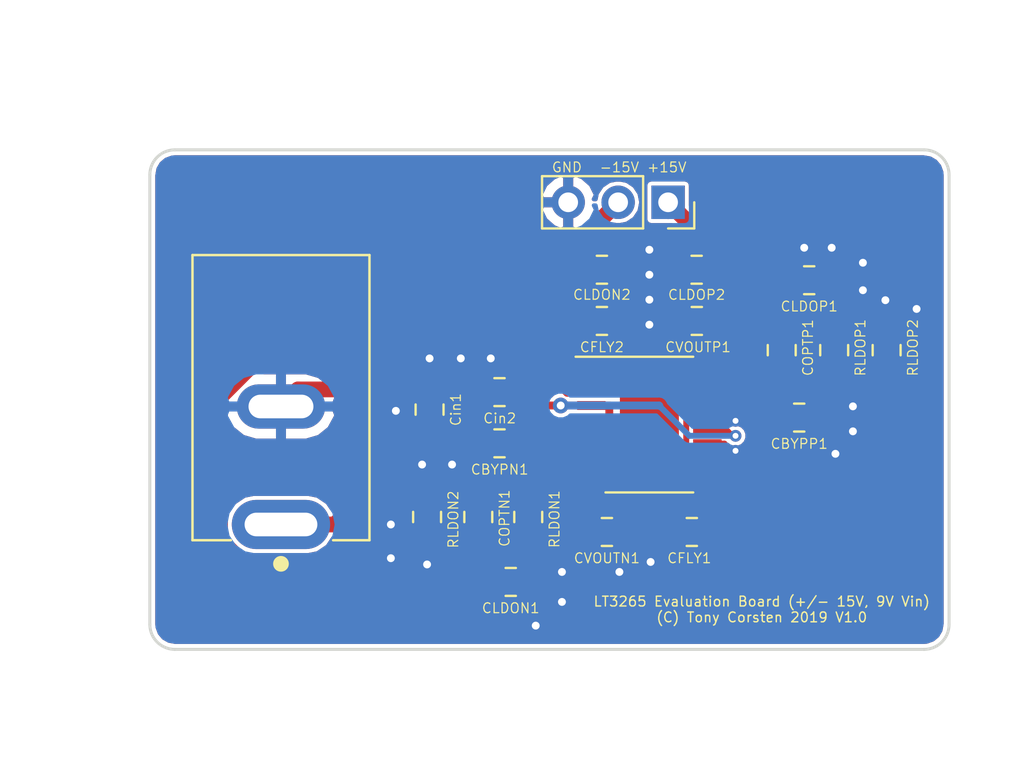
<source format=kicad_pcb>
(kicad_pcb (version 20171130) (host pcbnew "(5.0.2)-1")

  (general
    (thickness 1.6)
    (drawings 12)
    (tracks 135)
    (zones 0)
    (modules 21)
    (nets 17)
  )

  (page A4)
  (layers
    (0 F.Cu signal)
    (31 B.Cu signal)
    (32 B.Adhes user)
    (33 F.Adhes user)
    (34 B.Paste user)
    (35 F.Paste user)
    (36 B.SilkS user)
    (37 F.SilkS user)
    (38 B.Mask user)
    (39 F.Mask user)
    (40 Dwgs.User user)
    (41 Cmts.User user)
    (42 Eco1.User user)
    (43 Eco2.User user)
    (44 Edge.Cuts user)
    (45 Margin user)
    (46 B.CrtYd user)
    (47 F.CrtYd user)
    (48 B.Fab user)
    (49 F.Fab user hide)
  )

  (setup
    (last_trace_width 0.8)
    (user_trace_width 0.25)
    (user_trace_width 0.3)
    (user_trace_width 0.4)
    (user_trace_width 0.5)
    (user_trace_width 0.65)
    (user_trace_width 0.8)
    (trace_clearance 0.2)
    (zone_clearance 0.2)
    (zone_45_only no)
    (trace_min 0.2)
    (segment_width 0.2)
    (edge_width 0.15)
    (via_size 0.8)
    (via_drill 0.4)
    (via_min_size 0.4)
    (via_min_drill 0.3)
    (uvia_size 0.3)
    (uvia_drill 0.1)
    (uvias_allowed no)
    (uvia_min_size 0.2)
    (uvia_min_drill 0.1)
    (pcb_text_width 0.3)
    (pcb_text_size 1.5 1.5)
    (mod_edge_width 0.15)
    (mod_text_size 1 1)
    (mod_text_width 0.15)
    (pad_size 1.524 1.524)
    (pad_drill 0.762)
    (pad_to_mask_clearance 0.051)
    (solder_mask_min_width 0.25)
    (aux_axis_origin 0 0)
    (visible_elements 7FFFFFFF)
    (pcbplotparams
      (layerselection 0x010f0_ffffffff)
      (usegerberextensions false)
      (usegerberattributes false)
      (usegerberadvancedattributes false)
      (creategerberjobfile false)
      (excludeedgelayer true)
      (linewidth 0.100000)
      (plotframeref false)
      (viasonmask false)
      (mode 1)
      (useauxorigin false)
      (hpglpennumber 1)
      (hpglpenspeed 20)
      (hpglpendiameter 15.000000)
      (psnegative false)
      (psa4output false)
      (plotreference true)
      (plotvalue true)
      (plotinvisibletext false)
      (padsonsilk false)
      (subtractmaskfromsilk false)
      (outputformat 1)
      (mirror false)
      (drillshape 0)
      (scaleselection 1)
      (outputdirectory "LTC3265_Gerber/"))
  )

  (net 0 "")
  (net 1 GND)
  (net 2 "Net-(CFLY1-Pad1)")
  (net 3 "Net-(CFLY1-Pad2)")
  (net 4 "Net-(CFLY2-Pad2)")
  (net 5 "Net-(CFLY2-Pad1)")
  (net 6 +9V)
  (net 7 /-15V)
  (net 8 /+15V)
  (net 9 "Net-(CVOUTN1-Pad1)")
  (net 10 "Net-(U1-Pad1)")
  (net 11 "Net-(U1-Pad11)")
  (net 12 /BYP-)
  (net 13 /BYP+)
  (net 14 /ADJ-)
  (net 15 /ADJ+)
  (net 16 /VOUT+)

  (net_class Default "This is the default net class."
    (clearance 0.2)
    (trace_width 0.25)
    (via_dia 0.8)
    (via_drill 0.4)
    (uvia_dia 0.3)
    (uvia_drill 0.1)
    (add_net +9V)
    (add_net /+15V)
    (add_net /-15V)
    (add_net /ADJ+)
    (add_net /ADJ-)
    (add_net /BYP+)
    (add_net /BYP-)
    (add_net /VOUT+)
    (add_net GND)
    (add_net "Net-(CFLY1-Pad1)")
    (add_net "Net-(CFLY1-Pad2)")
    (add_net "Net-(CFLY2-Pad1)")
    (add_net "Net-(CFLY2-Pad2)")
    (add_net "Net-(CVOUTN1-Pad1)")
    (add_net "Net-(U1-Pad1)")
    (add_net "Net-(U1-Pad11)")
  )

  (module Capacitor_SMD:C_0805_2012Metric_Pad1.15x1.40mm_HandSolder (layer F.Cu) (tedit 5D4F5EC1) (tstamp 5D6B2AA2)
    (at 119.38 83.5025)
    (descr "Capacitor SMD 0805 (2012 Metric), square (rectangular) end terminal, IPC_7351 nominal with elongated pad for handsoldering. (Body size source: https://docs.google.com/spreadsheets/d/1BsfQQcO9C6DZCsRaXUlFlo91Tg2WpOkGARC1WS5S8t0/edit?usp=sharing), generated with kicad-footprint-generator")
    (tags "capacitor handsolder")
    (path /5D4F54EA)
    (attr smd)
    (fp_text reference CBYPN1 (at 0.009 1.3335 180) (layer F.SilkS)
      (effects (font (size 0.5 0.5) (thickness 0.06)))
    )
    (fp_text value 0.1uF (at 0 1.65) (layer F.Fab)
      (effects (font (size 1 1) (thickness 0.15)))
    )
    (fp_line (start -1 0.6) (end -1 -0.6) (layer F.Fab) (width 0.1))
    (fp_line (start -1 -0.6) (end 1 -0.6) (layer F.Fab) (width 0.1))
    (fp_line (start 1 -0.6) (end 1 0.6) (layer F.Fab) (width 0.1))
    (fp_line (start 1 0.6) (end -1 0.6) (layer F.Fab) (width 0.1))
    (fp_line (start -0.261252 -0.71) (end 0.261252 -0.71) (layer F.SilkS) (width 0.12))
    (fp_line (start -0.261252 0.71) (end 0.261252 0.71) (layer F.SilkS) (width 0.12))
    (fp_line (start -1.85 0.95) (end -1.85 -0.95) (layer F.CrtYd) (width 0.05))
    (fp_line (start -1.85 -0.95) (end 1.85 -0.95) (layer F.CrtYd) (width 0.05))
    (fp_line (start 1.85 -0.95) (end 1.85 0.95) (layer F.CrtYd) (width 0.05))
    (fp_line (start 1.85 0.95) (end -1.85 0.95) (layer F.CrtYd) (width 0.05))
    (fp_text user %R (at 0 0) (layer F.Fab)
      (effects (font (size 0.5 0.5) (thickness 0.08)))
    )
    (pad 1 smd roundrect (at -1.025 0) (size 1.15 1.4) (layers F.Cu F.Paste F.Mask) (roundrect_rratio 0.217391)
      (net 1 GND))
    (pad 2 smd roundrect (at 1.025 0) (size 1.15 1.4) (layers F.Cu F.Paste F.Mask) (roundrect_rratio 0.217391)
      (net 12 /BYP-))
    (model ${KISYS3DMOD}/Capacitor_SMD.3dshapes/C_0805_2012Metric.wrl
      (at (xyz 0 0 0))
      (scale (xyz 1 1 1))
      (rotate (xyz 0 0 0))
    )
  )

  (module Capacitor_SMD:C_0805_2012Metric_Pad1.15x1.40mm_HandSolder (layer F.Cu) (tedit 5D4F5EDE) (tstamp 5D6B2AB3)
    (at 134.62 82.1944 180)
    (descr "Capacitor SMD 0805 (2012 Metric), square (rectangular) end terminal, IPC_7351 nominal with elongated pad for handsoldering. (Body size source: https://docs.google.com/spreadsheets/d/1BsfQQcO9C6DZCsRaXUlFlo91Tg2WpOkGARC1WS5S8t0/edit?usp=sharing), generated with kicad-footprint-generator")
    (tags "capacitor handsolder")
    (path /5D4F54AE)
    (attr smd)
    (fp_text reference CBYPP1 (at 0 -1.3335) (layer F.SilkS)
      (effects (font (size 0.5 0.5) (thickness 0.06)))
    )
    (fp_text value 0.1uF (at 0 1.65 180) (layer F.Fab)
      (effects (font (size 1 1) (thickness 0.15)))
    )
    (fp_text user %R (at 0 0 180) (layer F.Fab)
      (effects (font (size 0.5 0.5) (thickness 0.08)))
    )
    (fp_line (start 1.85 0.95) (end -1.85 0.95) (layer F.CrtYd) (width 0.05))
    (fp_line (start 1.85 -0.95) (end 1.85 0.95) (layer F.CrtYd) (width 0.05))
    (fp_line (start -1.85 -0.95) (end 1.85 -0.95) (layer F.CrtYd) (width 0.05))
    (fp_line (start -1.85 0.95) (end -1.85 -0.95) (layer F.CrtYd) (width 0.05))
    (fp_line (start -0.261252 0.71) (end 0.261252 0.71) (layer F.SilkS) (width 0.12))
    (fp_line (start -0.261252 -0.71) (end 0.261252 -0.71) (layer F.SilkS) (width 0.12))
    (fp_line (start 1 0.6) (end -1 0.6) (layer F.Fab) (width 0.1))
    (fp_line (start 1 -0.6) (end 1 0.6) (layer F.Fab) (width 0.1))
    (fp_line (start -1 -0.6) (end 1 -0.6) (layer F.Fab) (width 0.1))
    (fp_line (start -1 0.6) (end -1 -0.6) (layer F.Fab) (width 0.1))
    (pad 2 smd roundrect (at 1.025 0 180) (size 1.15 1.4) (layers F.Cu F.Paste F.Mask) (roundrect_rratio 0.217391)
      (net 13 /BYP+))
    (pad 1 smd roundrect (at -1.025 0 180) (size 1.15 1.4) (layers F.Cu F.Paste F.Mask) (roundrect_rratio 0.217391)
      (net 1 GND))
    (model ${KISYS3DMOD}/Capacitor_SMD.3dshapes/C_0805_2012Metric.wrl
      (at (xyz 0 0 0))
      (scale (xyz 1 1 1))
      (rotate (xyz 0 0 0))
    )
  )

  (module Capacitor_SMD:C_0805_2012Metric_Pad1.15x1.40mm_HandSolder (layer F.Cu) (tedit 5D4F5ECD) (tstamp 5D6B2AC4)
    (at 129.159 88.011)
    (descr "Capacitor SMD 0805 (2012 Metric), square (rectangular) end terminal, IPC_7351 nominal with elongated pad for handsoldering. (Body size source: https://docs.google.com/spreadsheets/d/1BsfQQcO9C6DZCsRaXUlFlo91Tg2WpOkGARC1WS5S8t0/edit?usp=sharing), generated with kicad-footprint-generator")
    (tags "capacitor handsolder")
    (path /5D4F3EFE)
    (attr smd)
    (fp_text reference CFLY1 (at -0.127 1.3335) (layer F.SilkS)
      (effects (font (size 0.5 0.5) (thickness 0.06)))
    )
    (fp_text value 1uF (at 0 1.65) (layer F.Fab)
      (effects (font (size 1 1) (thickness 0.15)))
    )
    (fp_line (start -1 0.6) (end -1 -0.6) (layer F.Fab) (width 0.1))
    (fp_line (start -1 -0.6) (end 1 -0.6) (layer F.Fab) (width 0.1))
    (fp_line (start 1 -0.6) (end 1 0.6) (layer F.Fab) (width 0.1))
    (fp_line (start 1 0.6) (end -1 0.6) (layer F.Fab) (width 0.1))
    (fp_line (start -0.261252 -0.71) (end 0.261252 -0.71) (layer F.SilkS) (width 0.12))
    (fp_line (start -0.261252 0.71) (end 0.261252 0.71) (layer F.SilkS) (width 0.12))
    (fp_line (start -1.85 0.95) (end -1.85 -0.95) (layer F.CrtYd) (width 0.05))
    (fp_line (start -1.85 -0.95) (end 1.85 -0.95) (layer F.CrtYd) (width 0.05))
    (fp_line (start 1.85 -0.95) (end 1.85 0.95) (layer F.CrtYd) (width 0.05))
    (fp_line (start 1.85 0.95) (end -1.85 0.95) (layer F.CrtYd) (width 0.05))
    (fp_text user %R (at 0 0) (layer F.Fab)
      (effects (font (size 0.5 0.5) (thickness 0.08)))
    )
    (pad 1 smd roundrect (at -1.025 0) (size 1.15 1.4) (layers F.Cu F.Paste F.Mask) (roundrect_rratio 0.217391)
      (net 2 "Net-(CFLY1-Pad1)"))
    (pad 2 smd roundrect (at 1.025 0) (size 1.15 1.4) (layers F.Cu F.Paste F.Mask) (roundrect_rratio 0.217391)
      (net 3 "Net-(CFLY1-Pad2)"))
    (model ${KISYS3DMOD}/Capacitor_SMD.3dshapes/C_0805_2012Metric.wrl
      (at (xyz 0 0 0))
      (scale (xyz 1 1 1))
      (rotate (xyz 0 0 0))
    )
  )

  (module Capacitor_SMD:C_0805_2012Metric_Pad1.15x1.40mm_HandSolder (layer F.Cu) (tedit 5D4F5EEB) (tstamp 5D6B99FF)
    (at 124.587 77.2795 180)
    (descr "Capacitor SMD 0805 (2012 Metric), square (rectangular) end terminal, IPC_7351 nominal with elongated pad for handsoldering. (Body size source: https://docs.google.com/spreadsheets/d/1BsfQQcO9C6DZCsRaXUlFlo91Tg2WpOkGARC1WS5S8t0/edit?usp=sharing), generated with kicad-footprint-generator")
    (tags "capacitor handsolder")
    (path /5D4F3835)
    (attr smd)
    (fp_text reference CFLY2 (at 0 -1.3335) (layer F.SilkS)
      (effects (font (size 0.5 0.5) (thickness 0.06)))
    )
    (fp_text value 1uF (at 0 1.65 180) (layer F.Fab)
      (effects (font (size 1 1) (thickness 0.15)))
    )
    (fp_text user %R (at 0 0 180) (layer F.Fab)
      (effects (font (size 0.5 0.5) (thickness 0.08)))
    )
    (fp_line (start 1.85 0.95) (end -1.85 0.95) (layer F.CrtYd) (width 0.05))
    (fp_line (start 1.85 -0.95) (end 1.85 0.95) (layer F.CrtYd) (width 0.05))
    (fp_line (start -1.85 -0.95) (end 1.85 -0.95) (layer F.CrtYd) (width 0.05))
    (fp_line (start -1.85 0.95) (end -1.85 -0.95) (layer F.CrtYd) (width 0.05))
    (fp_line (start -0.261252 0.71) (end 0.261252 0.71) (layer F.SilkS) (width 0.12))
    (fp_line (start -0.261252 -0.71) (end 0.261252 -0.71) (layer F.SilkS) (width 0.12))
    (fp_line (start 1 0.6) (end -1 0.6) (layer F.Fab) (width 0.1))
    (fp_line (start 1 -0.6) (end 1 0.6) (layer F.Fab) (width 0.1))
    (fp_line (start -1 -0.6) (end 1 -0.6) (layer F.Fab) (width 0.1))
    (fp_line (start -1 0.6) (end -1 -0.6) (layer F.Fab) (width 0.1))
    (pad 2 smd roundrect (at 1.025 0 180) (size 1.15 1.4) (layers F.Cu F.Paste F.Mask) (roundrect_rratio 0.217391)
      (net 4 "Net-(CFLY2-Pad2)"))
    (pad 1 smd roundrect (at -1.025 0 180) (size 1.15 1.4) (layers F.Cu F.Paste F.Mask) (roundrect_rratio 0.217391)
      (net 5 "Net-(CFLY2-Pad1)"))
    (model ${KISYS3DMOD}/Capacitor_SMD.3dshapes/C_0805_2012Metric.wrl
      (at (xyz 0 0 0))
      (scale (xyz 1 1 1))
      (rotate (xyz 0 0 0))
    )
  )

  (module Capacitor_SMD:C_0805_2012Metric_Pad1.15x1.40mm_HandSolder (layer F.Cu) (tedit 5D4F5EB6) (tstamp 5D6B2AE6)
    (at 115.824 81.788 90)
    (descr "Capacitor SMD 0805 (2012 Metric), square (rectangular) end terminal, IPC_7351 nominal with elongated pad for handsoldering. (Body size source: https://docs.google.com/spreadsheets/d/1BsfQQcO9C6DZCsRaXUlFlo91Tg2WpOkGARC1WS5S8t0/edit?usp=sharing), generated with kicad-footprint-generator")
    (tags "capacitor handsolder")
    (path /5D502C39)
    (attr smd)
    (fp_text reference Cin1 (at 0 1.3335 90) (layer F.SilkS)
      (effects (font (size 0.5 0.5) (thickness 0.06)))
    )
    (fp_text value 10uF (at 0 1.65 90) (layer F.Fab)
      (effects (font (size 1 1) (thickness 0.15)))
    )
    (fp_text user %R (at 0 0 90) (layer F.Fab)
      (effects (font (size 0.5 0.5) (thickness 0.08)))
    )
    (fp_line (start 1.85 0.95) (end -1.85 0.95) (layer F.CrtYd) (width 0.05))
    (fp_line (start 1.85 -0.95) (end 1.85 0.95) (layer F.CrtYd) (width 0.05))
    (fp_line (start -1.85 -0.95) (end 1.85 -0.95) (layer F.CrtYd) (width 0.05))
    (fp_line (start -1.85 0.95) (end -1.85 -0.95) (layer F.CrtYd) (width 0.05))
    (fp_line (start -0.261252 0.71) (end 0.261252 0.71) (layer F.SilkS) (width 0.12))
    (fp_line (start -0.261252 -0.71) (end 0.261252 -0.71) (layer F.SilkS) (width 0.12))
    (fp_line (start 1 0.6) (end -1 0.6) (layer F.Fab) (width 0.1))
    (fp_line (start 1 -0.6) (end 1 0.6) (layer F.Fab) (width 0.1))
    (fp_line (start -1 -0.6) (end 1 -0.6) (layer F.Fab) (width 0.1))
    (fp_line (start -1 0.6) (end -1 -0.6) (layer F.Fab) (width 0.1))
    (pad 2 smd roundrect (at 1.025 0 90) (size 1.15 1.4) (layers F.Cu F.Paste F.Mask) (roundrect_rratio 0.217391)
      (net 1 GND))
    (pad 1 smd roundrect (at -1.025 0 90) (size 1.15 1.4) (layers F.Cu F.Paste F.Mask) (roundrect_rratio 0.217391)
      (net 6 +9V))
    (model ${KISYS3DMOD}/Capacitor_SMD.3dshapes/C_0805_2012Metric.wrl
      (at (xyz 0 0 0))
      (scale (xyz 1 1 1))
      (rotate (xyz 0 0 0))
    )
  )

  (module Capacitor_SMD:C_0805_2012Metric_Pad1.15x1.40mm_HandSolder (layer F.Cu) (tedit 5D4F5EB9) (tstamp 5D6B2AF7)
    (at 119.38 80.899 180)
    (descr "Capacitor SMD 0805 (2012 Metric), square (rectangular) end terminal, IPC_7351 nominal with elongated pad for handsoldering. (Body size source: https://docs.google.com/spreadsheets/d/1BsfQQcO9C6DZCsRaXUlFlo91Tg2WpOkGARC1WS5S8t0/edit?usp=sharing), generated with kicad-footprint-generator")
    (tags "capacitor handsolder")
    (path /5D502CE7)
    (attr smd)
    (fp_text reference Cin2 (at -0.009 -1.3335) (layer F.SilkS)
      (effects (font (size 0.5 0.5) (thickness 0.06)))
    )
    (fp_text value 0.1uF (at 0 1.65 180) (layer F.Fab)
      (effects (font (size 1 1) (thickness 0.15)))
    )
    (fp_line (start -1 0.6) (end -1 -0.6) (layer F.Fab) (width 0.1))
    (fp_line (start -1 -0.6) (end 1 -0.6) (layer F.Fab) (width 0.1))
    (fp_line (start 1 -0.6) (end 1 0.6) (layer F.Fab) (width 0.1))
    (fp_line (start 1 0.6) (end -1 0.6) (layer F.Fab) (width 0.1))
    (fp_line (start -0.261252 -0.71) (end 0.261252 -0.71) (layer F.SilkS) (width 0.12))
    (fp_line (start -0.261252 0.71) (end 0.261252 0.71) (layer F.SilkS) (width 0.12))
    (fp_line (start -1.85 0.95) (end -1.85 -0.95) (layer F.CrtYd) (width 0.05))
    (fp_line (start -1.85 -0.95) (end 1.85 -0.95) (layer F.CrtYd) (width 0.05))
    (fp_line (start 1.85 -0.95) (end 1.85 0.95) (layer F.CrtYd) (width 0.05))
    (fp_line (start 1.85 0.95) (end -1.85 0.95) (layer F.CrtYd) (width 0.05))
    (fp_text user %R (at 0 0 180) (layer F.Fab)
      (effects (font (size 0.5 0.5) (thickness 0.08)))
    )
    (pad 1 smd roundrect (at -1.025 0 180) (size 1.15 1.4) (layers F.Cu F.Paste F.Mask) (roundrect_rratio 0.217391)
      (net 6 +9V))
    (pad 2 smd roundrect (at 1.025 0 180) (size 1.15 1.4) (layers F.Cu F.Paste F.Mask) (roundrect_rratio 0.217391)
      (net 1 GND))
    (model ${KISYS3DMOD}/Capacitor_SMD.3dshapes/C_0805_2012Metric.wrl
      (at (xyz 0 0 0))
      (scale (xyz 1 1 1))
      (rotate (xyz 0 0 0))
    )
  )

  (module Capacitor_SMD:C_0805_2012Metric_Pad1.15x1.40mm_HandSolder (layer F.Cu) (tedit 5D4F5E6B) (tstamp 5D6B2B08)
    (at 119.9515 90.551 180)
    (descr "Capacitor SMD 0805 (2012 Metric), square (rectangular) end terminal, IPC_7351 nominal with elongated pad for handsoldering. (Body size source: https://docs.google.com/spreadsheets/d/1BsfQQcO9C6DZCsRaXUlFlo91Tg2WpOkGARC1WS5S8t0/edit?usp=sharing), generated with kicad-footprint-generator")
    (tags "capacitor handsolder")
    (path /5D4F9477)
    (attr smd)
    (fp_text reference CLDON1 (at 0 -1.3335) (layer F.SilkS)
      (effects (font (size 0.5 0.5) (thickness 0.06)))
    )
    (fp_text value 2uF (at 0 1.65 180) (layer F.Fab)
      (effects (font (size 1 1) (thickness 0.15)))
    )
    (fp_line (start -1 0.6) (end -1 -0.6) (layer F.Fab) (width 0.1))
    (fp_line (start -1 -0.6) (end 1 -0.6) (layer F.Fab) (width 0.1))
    (fp_line (start 1 -0.6) (end 1 0.6) (layer F.Fab) (width 0.1))
    (fp_line (start 1 0.6) (end -1 0.6) (layer F.Fab) (width 0.1))
    (fp_line (start -0.261252 -0.71) (end 0.261252 -0.71) (layer F.SilkS) (width 0.12))
    (fp_line (start -0.261252 0.71) (end 0.261252 0.71) (layer F.SilkS) (width 0.12))
    (fp_line (start -1.85 0.95) (end -1.85 -0.95) (layer F.CrtYd) (width 0.05))
    (fp_line (start -1.85 -0.95) (end 1.85 -0.95) (layer F.CrtYd) (width 0.05))
    (fp_line (start 1.85 -0.95) (end 1.85 0.95) (layer F.CrtYd) (width 0.05))
    (fp_line (start 1.85 0.95) (end -1.85 0.95) (layer F.CrtYd) (width 0.05))
    (fp_text user %R (at 0 0 180) (layer F.Fab)
      (effects (font (size 0.5 0.5) (thickness 0.08)))
    )
    (pad 1 smd roundrect (at -1.025 0 180) (size 1.15 1.4) (layers F.Cu F.Paste F.Mask) (roundrect_rratio 0.217391)
      (net 1 GND))
    (pad 2 smd roundrect (at 1.025 0 180) (size 1.15 1.4) (layers F.Cu F.Paste F.Mask) (roundrect_rratio 0.217391)
      (net 7 /-15V))
    (model ${KISYS3DMOD}/Capacitor_SMD.3dshapes/C_0805_2012Metric.wrl
      (at (xyz 0 0 0))
      (scale (xyz 1 1 1))
      (rotate (xyz 0 0 0))
    )
  )

  (module Capacitor_SMD:C_0805_2012Metric_Pad1.15x1.40mm_HandSolder (layer F.Cu) (tedit 5D4F5EC5) (tstamp 5D6B2B19)
    (at 135.128 75.2094)
    (descr "Capacitor SMD 0805 (2012 Metric), square (rectangular) end terminal, IPC_7351 nominal with elongated pad for handsoldering. (Body size source: https://docs.google.com/spreadsheets/d/1BsfQQcO9C6DZCsRaXUlFlo91Tg2WpOkGARC1WS5S8t0/edit?usp=sharing), generated with kicad-footprint-generator")
    (tags "capacitor handsolder")
    (path /5D4F93B4)
    (attr smd)
    (fp_text reference CLDOP1 (at 0 1.3335) (layer F.SilkS)
      (effects (font (size 0.5 0.5) (thickness 0.06)))
    )
    (fp_text value 2uF (at 0 1.65) (layer F.Fab)
      (effects (font (size 1 1) (thickness 0.15)))
    )
    (fp_text user %R (at 0 0) (layer F.Fab)
      (effects (font (size 0.5 0.5) (thickness 0.08)))
    )
    (fp_line (start 1.85 0.95) (end -1.85 0.95) (layer F.CrtYd) (width 0.05))
    (fp_line (start 1.85 -0.95) (end 1.85 0.95) (layer F.CrtYd) (width 0.05))
    (fp_line (start -1.85 -0.95) (end 1.85 -0.95) (layer F.CrtYd) (width 0.05))
    (fp_line (start -1.85 0.95) (end -1.85 -0.95) (layer F.CrtYd) (width 0.05))
    (fp_line (start -0.261252 0.71) (end 0.261252 0.71) (layer F.SilkS) (width 0.12))
    (fp_line (start -0.261252 -0.71) (end 0.261252 -0.71) (layer F.SilkS) (width 0.12))
    (fp_line (start 1 0.6) (end -1 0.6) (layer F.Fab) (width 0.1))
    (fp_line (start 1 -0.6) (end 1 0.6) (layer F.Fab) (width 0.1))
    (fp_line (start -1 -0.6) (end 1 -0.6) (layer F.Fab) (width 0.1))
    (fp_line (start -1 0.6) (end -1 -0.6) (layer F.Fab) (width 0.1))
    (pad 2 smd roundrect (at 1.025 0) (size 1.15 1.4) (layers F.Cu F.Paste F.Mask) (roundrect_rratio 0.217391)
      (net 1 GND))
    (pad 1 smd roundrect (at -1.025 0) (size 1.15 1.4) (layers F.Cu F.Paste F.Mask) (roundrect_rratio 0.217391)
      (net 8 /+15V))
    (model ${KISYS3DMOD}/Capacitor_SMD.3dshapes/C_0805_2012Metric.wrl
      (at (xyz 0 0 0))
      (scale (xyz 1 1 1))
      (rotate (xyz 0 0 0))
    )
  )

  (module Capacitor_SMD:C_0805_2012Metric_Pad1.15x1.40mm_HandSolder (layer F.Cu) (tedit 5D4F5EBE) (tstamp 5D6BA8A3)
    (at 118.3005 87.249 90)
    (descr "Capacitor SMD 0805 (2012 Metric), square (rectangular) end terminal, IPC_7351 nominal with elongated pad for handsoldering. (Body size source: https://docs.google.com/spreadsheets/d/1BsfQQcO9C6DZCsRaXUlFlo91Tg2WpOkGARC1WS5S8t0/edit?usp=sharing), generated with kicad-footprint-generator")
    (tags "capacitor handsolder")
    (path /5D4F90B4)
    (attr smd)
    (fp_text reference COPTN1 (at -0.0635 1.3335 270) (layer F.SilkS)
      (effects (font (size 0.5 0.5) (thickness 0.06)))
    )
    (fp_text value 10pF (at 0 1.65 90) (layer F.Fab)
      (effects (font (size 1 1) (thickness 0.15)))
    )
    (fp_line (start -1 0.6) (end -1 -0.6) (layer F.Fab) (width 0.1))
    (fp_line (start -1 -0.6) (end 1 -0.6) (layer F.Fab) (width 0.1))
    (fp_line (start 1 -0.6) (end 1 0.6) (layer F.Fab) (width 0.1))
    (fp_line (start 1 0.6) (end -1 0.6) (layer F.Fab) (width 0.1))
    (fp_line (start -0.261252 -0.71) (end 0.261252 -0.71) (layer F.SilkS) (width 0.12))
    (fp_line (start -0.261252 0.71) (end 0.261252 0.71) (layer F.SilkS) (width 0.12))
    (fp_line (start -1.85 0.95) (end -1.85 -0.95) (layer F.CrtYd) (width 0.05))
    (fp_line (start -1.85 -0.95) (end 1.85 -0.95) (layer F.CrtYd) (width 0.05))
    (fp_line (start 1.85 -0.95) (end 1.85 0.95) (layer F.CrtYd) (width 0.05))
    (fp_line (start 1.85 0.95) (end -1.85 0.95) (layer F.CrtYd) (width 0.05))
    (fp_text user %R (at 0 0 90) (layer F.Fab)
      (effects (font (size 0.5 0.5) (thickness 0.08)))
    )
    (pad 1 smd roundrect (at -1.025 0 90) (size 1.15 1.4) (layers F.Cu F.Paste F.Mask) (roundrect_rratio 0.217391)
      (net 7 /-15V))
    (pad 2 smd roundrect (at 1.025 0 90) (size 1.15 1.4) (layers F.Cu F.Paste F.Mask) (roundrect_rratio 0.217391)
      (net 14 /ADJ-))
    (model ${KISYS3DMOD}/Capacitor_SMD.3dshapes/C_0805_2012Metric.wrl
      (at (xyz 0 0 0))
      (scale (xyz 1 1 1))
      (rotate (xyz 0 0 0))
    )
  )

  (module Capacitor_SMD:C_0805_2012Metric_Pad1.15x1.40mm_HandSolder (layer F.Cu) (tedit 5D4F5ED1) (tstamp 5D6B2B3B)
    (at 133.731 78.7654 90)
    (descr "Capacitor SMD 0805 (2012 Metric), square (rectangular) end terminal, IPC_7351 nominal with elongated pad for handsoldering. (Body size source: https://docs.google.com/spreadsheets/d/1BsfQQcO9C6DZCsRaXUlFlo91Tg2WpOkGARC1WS5S8t0/edit?usp=sharing), generated with kicad-footprint-generator")
    (tags "capacitor handsolder")
    (path /5D4F8EDC)
    (attr smd)
    (fp_text reference COPTP1 (at 0.127 1.3335 270) (layer F.SilkS)
      (effects (font (size 0.5 0.5) (thickness 0.06)))
    )
    (fp_text value 10pF (at 0 1.65 90) (layer F.Fab)
      (effects (font (size 1 1) (thickness 0.15)))
    )
    (fp_text user %R (at 0 0 90) (layer F.Fab)
      (effects (font (size 0.5 0.5) (thickness 0.08)))
    )
    (fp_line (start 1.85 0.95) (end -1.85 0.95) (layer F.CrtYd) (width 0.05))
    (fp_line (start 1.85 -0.95) (end 1.85 0.95) (layer F.CrtYd) (width 0.05))
    (fp_line (start -1.85 -0.95) (end 1.85 -0.95) (layer F.CrtYd) (width 0.05))
    (fp_line (start -1.85 0.95) (end -1.85 -0.95) (layer F.CrtYd) (width 0.05))
    (fp_line (start -0.261252 0.71) (end 0.261252 0.71) (layer F.SilkS) (width 0.12))
    (fp_line (start -0.261252 -0.71) (end 0.261252 -0.71) (layer F.SilkS) (width 0.12))
    (fp_line (start 1 0.6) (end -1 0.6) (layer F.Fab) (width 0.1))
    (fp_line (start 1 -0.6) (end 1 0.6) (layer F.Fab) (width 0.1))
    (fp_line (start -1 -0.6) (end 1 -0.6) (layer F.Fab) (width 0.1))
    (fp_line (start -1 0.6) (end -1 -0.6) (layer F.Fab) (width 0.1))
    (pad 2 smd roundrect (at 1.025 0 90) (size 1.15 1.4) (layers F.Cu F.Paste F.Mask) (roundrect_rratio 0.217391)
      (net 8 /+15V))
    (pad 1 smd roundrect (at -1.025 0 90) (size 1.15 1.4) (layers F.Cu F.Paste F.Mask) (roundrect_rratio 0.217391)
      (net 15 /ADJ+))
    (model ${KISYS3DMOD}/Capacitor_SMD.3dshapes/C_0805_2012Metric.wrl
      (at (xyz 0 0 0))
      (scale (xyz 1 1 1))
      (rotate (xyz 0 0 0))
    )
  )

  (module Capacitor_SMD:C_0805_2012Metric_Pad1.15x1.40mm_HandSolder (layer F.Cu) (tedit 5D4F5E72) (tstamp 5D6B2B4C)
    (at 124.841 88.011)
    (descr "Capacitor SMD 0805 (2012 Metric), square (rectangular) end terminal, IPC_7351 nominal with elongated pad for handsoldering. (Body size source: https://docs.google.com/spreadsheets/d/1BsfQQcO9C6DZCsRaXUlFlo91Tg2WpOkGARC1WS5S8t0/edit?usp=sharing), generated with kicad-footprint-generator")
    (tags "capacitor handsolder")
    (path /5D4F3B57)
    (attr smd)
    (fp_text reference CVOUTN1 (at 0 1.3335) (layer F.SilkS)
      (effects (font (size 0.5 0.5) (thickness 0.06)))
    )
    (fp_text value 10uF (at 0 1.65) (layer F.Fab)
      (effects (font (size 1 1) (thickness 0.15)))
    )
    (fp_line (start -1 0.6) (end -1 -0.6) (layer F.Fab) (width 0.1))
    (fp_line (start -1 -0.6) (end 1 -0.6) (layer F.Fab) (width 0.1))
    (fp_line (start 1 -0.6) (end 1 0.6) (layer F.Fab) (width 0.1))
    (fp_line (start 1 0.6) (end -1 0.6) (layer F.Fab) (width 0.1))
    (fp_line (start -0.261252 -0.71) (end 0.261252 -0.71) (layer F.SilkS) (width 0.12))
    (fp_line (start -0.261252 0.71) (end 0.261252 0.71) (layer F.SilkS) (width 0.12))
    (fp_line (start -1.85 0.95) (end -1.85 -0.95) (layer F.CrtYd) (width 0.05))
    (fp_line (start -1.85 -0.95) (end 1.85 -0.95) (layer F.CrtYd) (width 0.05))
    (fp_line (start 1.85 -0.95) (end 1.85 0.95) (layer F.CrtYd) (width 0.05))
    (fp_line (start 1.85 0.95) (end -1.85 0.95) (layer F.CrtYd) (width 0.05))
    (fp_text user %R (at 0 0) (layer F.Fab)
      (effects (font (size 0.5 0.5) (thickness 0.08)))
    )
    (pad 1 smd roundrect (at -1.025 0) (size 1.15 1.4) (layers F.Cu F.Paste F.Mask) (roundrect_rratio 0.217391)
      (net 9 "Net-(CVOUTN1-Pad1)"))
    (pad 2 smd roundrect (at 1.025 0) (size 1.15 1.4) (layers F.Cu F.Paste F.Mask) (roundrect_rratio 0.217391)
      (net 1 GND))
    (model ${KISYS3DMOD}/Capacitor_SMD.3dshapes/C_0805_2012Metric.wrl
      (at (xyz 0 0 0))
      (scale (xyz 1 1 1))
      (rotate (xyz 0 0 0))
    )
  )

  (module Capacitor_SMD:C_0805_2012Metric_Pad1.15x1.40mm_HandSolder (layer F.Cu) (tedit 5D4F5EC9) (tstamp 5D6B2B5D)
    (at 129.413 77.2795)
    (descr "Capacitor SMD 0805 (2012 Metric), square (rectangular) end terminal, IPC_7351 nominal with elongated pad for handsoldering. (Body size source: https://docs.google.com/spreadsheets/d/1BsfQQcO9C6DZCsRaXUlFlo91Tg2WpOkGARC1WS5S8t0/edit?usp=sharing), generated with kicad-footprint-generator")
    (tags "capacitor handsolder")
    (path /5D4F3D98)
    (attr smd)
    (fp_text reference CVOUTP1 (at 0.0635 1.3335) (layer F.SilkS)
      (effects (font (size 0.5 0.5) (thickness 0.06)))
    )
    (fp_text value 10uF (at 0 1.65) (layer F.Fab)
      (effects (font (size 1 1) (thickness 0.15)))
    )
    (fp_text user %R (at 0 0) (layer F.Fab)
      (effects (font (size 0.5 0.5) (thickness 0.08)))
    )
    (fp_line (start 1.85 0.95) (end -1.85 0.95) (layer F.CrtYd) (width 0.05))
    (fp_line (start 1.85 -0.95) (end 1.85 0.95) (layer F.CrtYd) (width 0.05))
    (fp_line (start -1.85 -0.95) (end 1.85 -0.95) (layer F.CrtYd) (width 0.05))
    (fp_line (start -1.85 0.95) (end -1.85 -0.95) (layer F.CrtYd) (width 0.05))
    (fp_line (start -0.261252 0.71) (end 0.261252 0.71) (layer F.SilkS) (width 0.12))
    (fp_line (start -0.261252 -0.71) (end 0.261252 -0.71) (layer F.SilkS) (width 0.12))
    (fp_line (start 1 0.6) (end -1 0.6) (layer F.Fab) (width 0.1))
    (fp_line (start 1 -0.6) (end 1 0.6) (layer F.Fab) (width 0.1))
    (fp_line (start -1 -0.6) (end 1 -0.6) (layer F.Fab) (width 0.1))
    (fp_line (start -1 0.6) (end -1 -0.6) (layer F.Fab) (width 0.1))
    (pad 2 smd roundrect (at 1.025 0) (size 1.15 1.4) (layers F.Cu F.Paste F.Mask) (roundrect_rratio 0.217391)
      (net 16 /VOUT+))
    (pad 1 smd roundrect (at -1.025 0) (size 1.15 1.4) (layers F.Cu F.Paste F.Mask) (roundrect_rratio 0.217391)
      (net 1 GND))
    (model ${KISYS3DMOD}/Capacitor_SMD.3dshapes/C_0805_2012Metric.wrl
      (at (xyz 0 0 0))
      (scale (xyz 1 1 1))
      (rotate (xyz 0 0 0))
    )
  )

  (module Kicad-New-Libraries:PJ-037A (layer F.Cu) (tedit 5D4F74AC) (tstamp 5D6B2B7D)
    (at 108.9152 87.757 90)
    (path /5D4FFE16)
    (fp_text reference J1 (at 0 0.5 90) (layer F.SilkS) hide
      (effects (font (size 1 1) (thickness 0.15)))
    )
    (fp_text value Barrel_Jack (at 0 -0.5 90) (layer F.Fab)
      (effects (font (size 1 1) (thickness 0.15)))
    )
    (fp_line (start 14.077 4.1023) (end -0.973 4.1023) (layer Eco1.User) (width 0.05))
    (fp_line (start -0.673 3.8523) (end -0.673 2.0023) (layer F.SilkS) (width 0.127))
    (fp_line (start 14.077 -5.3977) (end 14.077 4.1023) (layer Eco1.User) (width 0.05))
    (fp_line (start -0.973 -5.3977) (end 14.077 -5.3977) (layer Eco1.User) (width 0.05))
    (fp_line (start -0.673 -3.1977) (end -0.673 -5.1477) (layer F.SilkS) (width 0.127))
    (fp_line (start 0.627 -2.3977) (end 0.627 1.1023) (layer Edge.Cuts) (width 0.0001))
    (fp_line (start 5.627 0.8523) (end 5.627 -2.1477) (layer Edge.Cuts) (width 0.0001))
    (fp_line (start -0.973 -2.8977) (end -1.423 -2.8977) (layer Eco1.User) (width 0.05))
    (fp_line (start -0.673 -5.1477) (end 13.827 -5.1477) (layer Eco2.User) (width 0.127))
    (fp_line (start -0.373 1.1023) (end -0.373 -2.3977) (layer Edge.Cuts) (width 0.0001))
    (fp_line (start -0.373 -2.3977) (end 0.627 -2.3977) (layer Edge.Cuts) (width 0.0001))
    (fp_line (start 13.827 -5.1477) (end 13.827 3.8523) (layer Eco2.User) (width 0.127))
    (fp_line (start -1.423 -2.8977) (end -1.423 1.7023) (layer Eco1.User) (width 0.05))
    (fp_line (start -0.673 -5.1477) (end 13.827 -5.1477) (layer F.SilkS) (width 0.127))
    (fp_line (start 13.827 -5.1477) (end 13.827 3.8523) (layer F.SilkS) (width 0.127))
    (fp_line (start 13.827 3.8523) (end -0.673 3.8523) (layer F.SilkS) (width 0.127))
    (fp_line (start 5.627 -2.1477) (end 6.627 -2.1477) (layer Edge.Cuts) (width 0.0001))
    (fp_circle (center -1.873 -0.6477) (end -1.673 -0.6477) (layer F.SilkS) (width 0.4))
    (fp_line (start -0.973 -2.8977) (end -0.973 -5.3977) (layer Eco1.User) (width 0.05))
    (fp_line (start -0.673 3.8523) (end -0.673 -5.1477) (layer Eco2.User) (width 0.127))
    (fp_line (start -0.973 4.1023) (end -0.973 1.7023) (layer Eco1.User) (width 0.05))
    (fp_line (start 6.627 -2.1477) (end 6.627 0.8523) (layer Edge.Cuts) (width 0.0001))
    (fp_line (start 6.627 0.8523) (end 5.627 0.8523) (layer Edge.Cuts) (width 0.0001))
    (fp_line (start 13.827 3.8523) (end -0.673 3.8523) (layer Eco2.User) (width 0.127))
    (fp_line (start -1.423 1.7023) (end -0.973 1.7023) (layer Eco1.User) (width 0.05))
    (fp_line (start 0.627 1.1023) (end -0.373 1.1023) (layer Edge.Cuts) (width 0.0001))
    (pad 1 thru_hole oval (at 0.127 -0.6477 180) (size 5 2.5) (drill oval 3.7 1.2) (layers *.Cu *.Mask)
      (net 6 +9V))
    (pad 2 thru_hole oval (at 6.127 -0.6477 180) (size 4.5 2.25) (drill oval 3.3 1.2) (layers *.Cu *.Mask)
      (net 1 GND))
  )

  (module Resistor_SMD:R_0805_2012Metric_Pad1.15x1.40mm_HandSolder (layer F.Cu) (tedit 5D4F5E64) (tstamp 5D6BA873)
    (at 120.8405 87.249 270)
    (descr "Resistor SMD 0805 (2012 Metric), square (rectangular) end terminal, IPC_7351 nominal with elongated pad for handsoldering. (Body size source: https://docs.google.com/spreadsheets/d/1BsfQQcO9C6DZCsRaXUlFlo91Tg2WpOkGARC1WS5S8t0/edit?usp=sharing), generated with kicad-footprint-generator")
    (tags "resistor handsolder")
    (path /5D4F6719)
    (attr smd)
    (fp_text reference RLDON1 (at 0.1106 -1.3335 270) (layer F.SilkS)
      (effects (font (size 0.5 0.5) (thickness 0.06)))
    )
    (fp_text value 604k (at 0 1.65 270) (layer F.Fab)
      (effects (font (size 1 1) (thickness 0.15)))
    )
    (fp_text user %R (at 0 0 270) (layer F.Fab)
      (effects (font (size 0.5 0.5) (thickness 0.08)))
    )
    (fp_line (start 1.85 0.95) (end -1.85 0.95) (layer F.CrtYd) (width 0.05))
    (fp_line (start 1.85 -0.95) (end 1.85 0.95) (layer F.CrtYd) (width 0.05))
    (fp_line (start -1.85 -0.95) (end 1.85 -0.95) (layer F.CrtYd) (width 0.05))
    (fp_line (start -1.85 0.95) (end -1.85 -0.95) (layer F.CrtYd) (width 0.05))
    (fp_line (start -0.261252 0.71) (end 0.261252 0.71) (layer F.SilkS) (width 0.12))
    (fp_line (start -0.261252 -0.71) (end 0.261252 -0.71) (layer F.SilkS) (width 0.12))
    (fp_line (start 1 0.6) (end -1 0.6) (layer F.Fab) (width 0.1))
    (fp_line (start 1 -0.6) (end 1 0.6) (layer F.Fab) (width 0.1))
    (fp_line (start -1 -0.6) (end 1 -0.6) (layer F.Fab) (width 0.1))
    (fp_line (start -1 0.6) (end -1 -0.6) (layer F.Fab) (width 0.1))
    (pad 2 smd roundrect (at 1.025 0 270) (size 1.15 1.4) (layers F.Cu F.Paste F.Mask) (roundrect_rratio 0.217391)
      (net 7 /-15V))
    (pad 1 smd roundrect (at -1.025 0 270) (size 1.15 1.4) (layers F.Cu F.Paste F.Mask) (roundrect_rratio 0.217391)
      (net 14 /ADJ-))
    (model ${KISYS3DMOD}/Resistor_SMD.3dshapes/R_0805_2012Metric.wrl
      (at (xyz 0 0 0))
      (scale (xyz 1 1 1))
      (rotate (xyz 0 0 0))
    )
  )

  (module Resistor_SMD:R_0805_2012Metric_Pad1.15x1.40mm_HandSolder (layer F.Cu) (tedit 5D4F5E5C) (tstamp 5D6BA843)
    (at 115.697 87.249 90)
    (descr "Resistor SMD 0805 (2012 Metric), square (rectangular) end terminal, IPC_7351 nominal with elongated pad for handsoldering. (Body size source: https://docs.google.com/spreadsheets/d/1BsfQQcO9C6DZCsRaXUlFlo91Tg2WpOkGARC1WS5S8t0/edit?usp=sharing), generated with kicad-footprint-generator")
    (tags "resistor handsolder")
    (path /5D4F7C62)
    (attr smd)
    (fp_text reference RLDON2 (at -0.127 1.3335 270) (layer F.SilkS)
      (effects (font (size 0.5 0.5) (thickness 0.06)))
    )
    (fp_text value 52.3k (at 0 1.65 90) (layer F.Fab)
      (effects (font (size 1 1) (thickness 0.15)))
    )
    (fp_line (start -1 0.6) (end -1 -0.6) (layer F.Fab) (width 0.1))
    (fp_line (start -1 -0.6) (end 1 -0.6) (layer F.Fab) (width 0.1))
    (fp_line (start 1 -0.6) (end 1 0.6) (layer F.Fab) (width 0.1))
    (fp_line (start 1 0.6) (end -1 0.6) (layer F.Fab) (width 0.1))
    (fp_line (start -0.261252 -0.71) (end 0.261252 -0.71) (layer F.SilkS) (width 0.12))
    (fp_line (start -0.261252 0.71) (end 0.261252 0.71) (layer F.SilkS) (width 0.12))
    (fp_line (start -1.85 0.95) (end -1.85 -0.95) (layer F.CrtYd) (width 0.05))
    (fp_line (start -1.85 -0.95) (end 1.85 -0.95) (layer F.CrtYd) (width 0.05))
    (fp_line (start 1.85 -0.95) (end 1.85 0.95) (layer F.CrtYd) (width 0.05))
    (fp_line (start 1.85 0.95) (end -1.85 0.95) (layer F.CrtYd) (width 0.05))
    (fp_text user %R (at 0 0 90) (layer F.Fab)
      (effects (font (size 0.5 0.5) (thickness 0.08)))
    )
    (pad 1 smd roundrect (at -1.025 0 90) (size 1.15 1.4) (layers F.Cu F.Paste F.Mask) (roundrect_rratio 0.217391)
      (net 1 GND))
    (pad 2 smd roundrect (at 1.025 0 90) (size 1.15 1.4) (layers F.Cu F.Paste F.Mask) (roundrect_rratio 0.217391)
      (net 14 /ADJ-))
    (model ${KISYS3DMOD}/Resistor_SMD.3dshapes/R_0805_2012Metric.wrl
      (at (xyz 0 0 0))
      (scale (xyz 1 1 1))
      (rotate (xyz 0 0 0))
    )
  )

  (module Resistor_SMD:R_0805_2012Metric_Pad1.15x1.40mm_HandSolder (layer F.Cu) (tedit 5D4F5ED6) (tstamp 5D6B2BC6)
    (at 136.398 78.7654 270)
    (descr "Resistor SMD 0805 (2012 Metric), square (rectangular) end terminal, IPC_7351 nominal with elongated pad for handsoldering. (Body size source: https://docs.google.com/spreadsheets/d/1BsfQQcO9C6DZCsRaXUlFlo91Tg2WpOkGARC1WS5S8t0/edit?usp=sharing), generated with kicad-footprint-generator")
    (tags "resistor handsolder")
    (path /5D4F4AA6)
    (attr smd)
    (fp_text reference RLDOP1 (at -0.127 -1.3335 90) (layer F.SilkS)
      (effects (font (size 0.5 0.5) (thickness 0.06)))
    )
    (fp_text value 604k (at 0 1.65 270) (layer F.Fab)
      (effects (font (size 1 1) (thickness 0.15)))
    )
    (fp_line (start -1 0.6) (end -1 -0.6) (layer F.Fab) (width 0.1))
    (fp_line (start -1 -0.6) (end 1 -0.6) (layer F.Fab) (width 0.1))
    (fp_line (start 1 -0.6) (end 1 0.6) (layer F.Fab) (width 0.1))
    (fp_line (start 1 0.6) (end -1 0.6) (layer F.Fab) (width 0.1))
    (fp_line (start -0.261252 -0.71) (end 0.261252 -0.71) (layer F.SilkS) (width 0.12))
    (fp_line (start -0.261252 0.71) (end 0.261252 0.71) (layer F.SilkS) (width 0.12))
    (fp_line (start -1.85 0.95) (end -1.85 -0.95) (layer F.CrtYd) (width 0.05))
    (fp_line (start -1.85 -0.95) (end 1.85 -0.95) (layer F.CrtYd) (width 0.05))
    (fp_line (start 1.85 -0.95) (end 1.85 0.95) (layer F.CrtYd) (width 0.05))
    (fp_line (start 1.85 0.95) (end -1.85 0.95) (layer F.CrtYd) (width 0.05))
    (fp_text user %R (at 0 0 270) (layer F.Fab)
      (effects (font (size 0.5 0.5) (thickness 0.08)))
    )
    (pad 1 smd roundrect (at -1.025 0 270) (size 1.15 1.4) (layers F.Cu F.Paste F.Mask) (roundrect_rratio 0.217391)
      (net 8 /+15V))
    (pad 2 smd roundrect (at 1.025 0 270) (size 1.15 1.4) (layers F.Cu F.Paste F.Mask) (roundrect_rratio 0.217391)
      (net 15 /ADJ+))
    (model ${KISYS3DMOD}/Resistor_SMD.3dshapes/R_0805_2012Metric.wrl
      (at (xyz 0 0 0))
      (scale (xyz 1 1 1))
      (rotate (xyz 0 0 0))
    )
  )

  (module Resistor_SMD:R_0805_2012Metric_Pad1.15x1.40mm_HandSolder (layer F.Cu) (tedit 5D4F5EDA) (tstamp 5D6B2BD7)
    (at 139.065 78.7654 270)
    (descr "Resistor SMD 0805 (2012 Metric), square (rectangular) end terminal, IPC_7351 nominal with elongated pad for handsoldering. (Body size source: https://docs.google.com/spreadsheets/d/1BsfQQcO9C6DZCsRaXUlFlo91Tg2WpOkGARC1WS5S8t0/edit?usp=sharing), generated with kicad-footprint-generator")
    (tags "resistor handsolder")
    (path /5D4F7D4B)
    (attr smd)
    (fp_text reference RLDOP2 (at -0.127 -1.3335 90) (layer F.SilkS)
      (effects (font (size 0.5 0.5) (thickness 0.06)))
    )
    (fp_text value 52.3k (at 0 1.65 270) (layer F.Fab)
      (effects (font (size 1 1) (thickness 0.15)))
    )
    (fp_text user %R (at 0 0 270) (layer F.Fab)
      (effects (font (size 0.5 0.5) (thickness 0.08)))
    )
    (fp_line (start 1.85 0.95) (end -1.85 0.95) (layer F.CrtYd) (width 0.05))
    (fp_line (start 1.85 -0.95) (end 1.85 0.95) (layer F.CrtYd) (width 0.05))
    (fp_line (start -1.85 -0.95) (end 1.85 -0.95) (layer F.CrtYd) (width 0.05))
    (fp_line (start -1.85 0.95) (end -1.85 -0.95) (layer F.CrtYd) (width 0.05))
    (fp_line (start -0.261252 0.71) (end 0.261252 0.71) (layer F.SilkS) (width 0.12))
    (fp_line (start -0.261252 -0.71) (end 0.261252 -0.71) (layer F.SilkS) (width 0.12))
    (fp_line (start 1 0.6) (end -1 0.6) (layer F.Fab) (width 0.1))
    (fp_line (start 1 -0.6) (end 1 0.6) (layer F.Fab) (width 0.1))
    (fp_line (start -1 -0.6) (end 1 -0.6) (layer F.Fab) (width 0.1))
    (fp_line (start -1 0.6) (end -1 -0.6) (layer F.Fab) (width 0.1))
    (pad 2 smd roundrect (at 1.025 0 270) (size 1.15 1.4) (layers F.Cu F.Paste F.Mask) (roundrect_rratio 0.217391)
      (net 15 /ADJ+))
    (pad 1 smd roundrect (at -1.025 0 270) (size 1.15 1.4) (layers F.Cu F.Paste F.Mask) (roundrect_rratio 0.217391)
      (net 1 GND))
    (model ${KISYS3DMOD}/Resistor_SMD.3dshapes/R_0805_2012Metric.wrl
      (at (xyz 0 0 0))
      (scale (xyz 1 1 1))
      (rotate (xyz 0 0 0))
    )
  )

  (module Package_SO:HTSSOP-20-1EP_4.4x6.5mm_P0.65mm_EP3x6.5mm (layer F.Cu) (tedit 5D4F6A94) (tstamp 5D6B7EC4)
    (at 127 82.55)
    (descr "20-Lead Plastic Thin Shrink Small Outline (ST)-4.4 mm Body [HTSSOP], with thermal pad with vias")
    (tags "HTSSOP 0.65")
    (path /5D4F356B)
    (attr smd)
    (fp_text reference U1 (at -0.762 -3.937) (layer F.SilkS) hide
      (effects (font (size 0.5 0.5) (thickness 0.06)))
    )
    (fp_text value LTC3265EFE (at 0 4.3) (layer F.Fab)
      (effects (font (size 1 1) (thickness 0.15)))
    )
    (fp_line (start -1.2 -3.25) (end 2.2 -3.25) (layer F.Fab) (width 0.1))
    (fp_line (start 2.2 -3.25) (end 2.2 3.25) (layer F.Fab) (width 0.1))
    (fp_line (start 2.2 3.25) (end -2.2 3.25) (layer F.Fab) (width 0.1))
    (fp_line (start -2.2 3.25) (end -2.2 -2.25) (layer F.Fab) (width 0.1))
    (fp_line (start -2.2 -2.25) (end -1.2 -3.25) (layer F.Fab) (width 0.1))
    (fp_line (start -3.95 -3.55) (end -3.95 3.55) (layer F.CrtYd) (width 0.05))
    (fp_line (start 3.95 -3.55) (end 3.95 3.55) (layer F.CrtYd) (width 0.05))
    (fp_line (start -3.95 -3.55) (end 3.95 -3.55) (layer F.CrtYd) (width 0.05))
    (fp_line (start -3.95 3.55) (end 3.95 3.55) (layer F.CrtYd) (width 0.05))
    (fp_line (start -2.23 3.45) (end 2.23 3.45) (layer F.SilkS) (width 0.12))
    (fp_line (start -3.75 -3.45) (end 2.23 -3.45) (layer F.SilkS) (width 0.12))
    (fp_text user %R (at 0 0) (layer F.Fab)
      (effects (font (size 0.8 0.8) (thickness 0.15)))
    )
    (pad 1 smd rect (at -2.95 -2.92) (size 1.45 0.45) (layers F.Cu F.Paste F.Mask)
      (net 10 "Net-(U1-Pad1)"))
    (pad 2 smd rect (at -2.95 -2.27) (size 1.45 0.45) (layers F.Cu F.Paste F.Mask)
      (net 5 "Net-(CFLY2-Pad1)"))
    (pad 3 smd rect (at -2.95 -1.62) (size 1.45 0.45) (layers F.Cu F.Paste F.Mask)
      (net 4 "Net-(CFLY2-Pad2)"))
    (pad 4 smd rect (at -2.95 -0.97) (size 1.45 0.45) (layers F.Cu F.Paste F.Mask)
      (net 6 +9V))
    (pad 5 smd rect (at -2.95 -0.33) (size 1.45 0.45) (layers F.Cu F.Paste F.Mask)
      (net 6 +9V))
    (pad 6 smd rect (at -2.95 0.33) (size 1.45 0.45) (layers F.Cu F.Paste F.Mask)
      (net 12 /BYP-))
    (pad 7 smd rect (at -2.95 0.97) (size 1.45 0.45) (layers F.Cu F.Paste F.Mask)
      (net 14 /ADJ-))
    (pad 8 smd rect (at -2.95 1.62) (size 1.45 0.45) (layers F.Cu F.Paste F.Mask)
      (net 7 /-15V))
    (pad 9 smd rect (at -2.95 2.27) (size 1.45 0.45) (layers F.Cu F.Paste F.Mask)
      (net 9 "Net-(CVOUTN1-Pad1)"))
    (pad 10 smd rect (at -2.95 2.92) (size 1.45 0.45) (layers F.Cu F.Paste F.Mask)
      (net 2 "Net-(CFLY1-Pad1)"))
    (pad 11 smd rect (at 2.95 2.92) (size 1.45 0.45) (layers F.Cu F.Paste F.Mask)
      (net 11 "Net-(U1-Pad11)"))
    (pad 12 smd rect (at 2.95 2.27) (size 1.45 0.45) (layers F.Cu F.Paste F.Mask)
      (net 3 "Net-(CFLY1-Pad2)"))
    (pad 13 smd rect (at 2.95 1.62) (size 1.45 0.45) (layers F.Cu F.Paste F.Mask)
      (net 16 /VOUT+))
    (pad 14 smd rect (at 2.95 0.97) (size 1.45 0.45) (layers F.Cu F.Paste F.Mask)
      (net 1 GND))
    (pad 15 smd rect (at 2.95 0.33) (size 1.45 0.45) (layers F.Cu F.Paste F.Mask)
      (net 6 +9V))
    (pad 16 smd rect (at 2.95 -0.33) (size 1.45 0.45) (layers F.Cu F.Paste F.Mask)
      (net 1 GND))
    (pad 17 smd rect (at 2.95 -0.97) (size 1.45 0.45) (layers F.Cu F.Paste F.Mask)
      (net 13 /BYP+))
    (pad 18 smd rect (at 2.95 -1.62) (size 1.45 0.45) (layers F.Cu F.Paste F.Mask)
      (net 15 /ADJ+))
    (pad 19 smd rect (at 2.95 -2.27) (size 1.45 0.45) (layers F.Cu F.Paste F.Mask)
      (net 8 /+15V))
    (pad 20 smd rect (at 2.95 -2.92) (size 1.45 0.45) (layers F.Cu F.Paste F.Mask)
      (net 16 /VOUT+))
    (pad 21 smd rect (at 0 0) (size 3 6.5) (layers F.Cu F.Mask)
      (net 1 GND))
    (pad "" smd rect (at -0.85 -2.4375) (size 1.2 1.325) (layers F.Paste))
    (pad "" smd rect (at 0.85 -2.4375) (size 1.2 1.325) (layers F.Paste))
    (pad "" smd rect (at 0.85 -0.8125) (size 1.2 1.325) (layers F.Paste))
    (pad "" smd rect (at -0.85 -0.8125) (size 1.2 1.325) (layers F.Paste))
    (pad "" smd rect (at 0.85 0.8125) (size 1.2 1.325) (layers F.Paste))
    (pad "" smd rect (at -0.85 0.8125) (size 1.2 1.325) (layers F.Paste))
    (pad "" smd rect (at 0.85 2.4375) (size 1.2 1.325) (layers F.Paste))
    (pad "" smd rect (at -0.85 2.4375) (size 1.2 1.325) (layers F.Paste))
    (model ${KISYS3DMOD}/Package_SO.3dshapes/HTSSOP-20-1EP_4.4x6.5mm_P0.65mm_EP3.4x6.5mm.wrl
      (at (xyz 0 0 0))
      (scale (xyz 1 1 1))
      (rotate (xyz 0 0 0))
    )
  )

  (module Capacitor_SMD:C_0805_2012Metric_Pad1.15x1.40mm_HandSolder (layer F.Cu) (tedit 5D4F736C) (tstamp 5D6C50EC)
    (at 124.587 74.676)
    (descr "Capacitor SMD 0805 (2012 Metric), square (rectangular) end terminal, IPC_7351 nominal with elongated pad for handsoldering. (Body size source: https://docs.google.com/spreadsheets/d/1BsfQQcO9C6DZCsRaXUlFlo91Tg2WpOkGARC1WS5S8t0/edit?usp=sharing), generated with kicad-footprint-generator")
    (tags "capacitor handsolder")
    (path /5D507298)
    (attr smd)
    (fp_text reference CLDON2 (at 0 1.27) (layer F.SilkS)
      (effects (font (size 0.5 0.5) (thickness 0.06)))
    )
    (fp_text value 0.1uF (at 0 1.65) (layer F.Fab)
      (effects (font (size 1 1) (thickness 0.15)))
    )
    (fp_line (start -1 0.6) (end -1 -0.6) (layer F.Fab) (width 0.1))
    (fp_line (start -1 -0.6) (end 1 -0.6) (layer F.Fab) (width 0.1))
    (fp_line (start 1 -0.6) (end 1 0.6) (layer F.Fab) (width 0.1))
    (fp_line (start 1 0.6) (end -1 0.6) (layer F.Fab) (width 0.1))
    (fp_line (start -0.261252 -0.71) (end 0.261252 -0.71) (layer F.SilkS) (width 0.12))
    (fp_line (start -0.261252 0.71) (end 0.261252 0.71) (layer F.SilkS) (width 0.12))
    (fp_line (start -1.85 0.95) (end -1.85 -0.95) (layer F.CrtYd) (width 0.05))
    (fp_line (start -1.85 -0.95) (end 1.85 -0.95) (layer F.CrtYd) (width 0.05))
    (fp_line (start 1.85 -0.95) (end 1.85 0.95) (layer F.CrtYd) (width 0.05))
    (fp_line (start 1.85 0.95) (end -1.85 0.95) (layer F.CrtYd) (width 0.05))
    (fp_text user %R (at 0 0) (layer F.Fab)
      (effects (font (size 0.5 0.5) (thickness 0.08)))
    )
    (pad 1 smd roundrect (at -1.025 0) (size 1.15 1.4) (layers F.Cu F.Paste F.Mask) (roundrect_rratio 0.217391)
      (net 7 /-15V))
    (pad 2 smd roundrect (at 1.025 0) (size 1.15 1.4) (layers F.Cu F.Paste F.Mask) (roundrect_rratio 0.217391)
      (net 1 GND))
    (model ${KISYS3DMOD}/Capacitor_SMD.3dshapes/C_0805_2012Metric.wrl
      (at (xyz 0 0 0))
      (scale (xyz 1 1 1))
      (rotate (xyz 0 0 0))
    )
  )

  (module Capacitor_SMD:C_0805_2012Metric_Pad1.15x1.40mm_HandSolder (layer F.Cu) (tedit 5D4F7373) (tstamp 5D6C4FDD)
    (at 129.404 74.676 180)
    (descr "Capacitor SMD 0805 (2012 Metric), square (rectangular) end terminal, IPC_7351 nominal with elongated pad for handsoldering. (Body size source: https://docs.google.com/spreadsheets/d/1BsfQQcO9C6DZCsRaXUlFlo91Tg2WpOkGARC1WS5S8t0/edit?usp=sharing), generated with kicad-footprint-generator")
    (tags "capacitor handsolder")
    (path /5D507044)
    (attr smd)
    (fp_text reference CLDOP2 (at 0 -1.274001 180) (layer F.SilkS)
      (effects (font (size 0.5 0.5) (thickness 0.06)))
    )
    (fp_text value 0.1uF (at 0 1.65 180) (layer F.Fab)
      (effects (font (size 1 1) (thickness 0.15)))
    )
    (fp_text user %R (at 0 0 180) (layer F.Fab)
      (effects (font (size 0.5 0.5) (thickness 0.08)))
    )
    (fp_line (start 1.85 0.95) (end -1.85 0.95) (layer F.CrtYd) (width 0.05))
    (fp_line (start 1.85 -0.95) (end 1.85 0.95) (layer F.CrtYd) (width 0.05))
    (fp_line (start -1.85 -0.95) (end 1.85 -0.95) (layer F.CrtYd) (width 0.05))
    (fp_line (start -1.85 0.95) (end -1.85 -0.95) (layer F.CrtYd) (width 0.05))
    (fp_line (start -0.261252 0.71) (end 0.261252 0.71) (layer F.SilkS) (width 0.12))
    (fp_line (start -0.261252 -0.71) (end 0.261252 -0.71) (layer F.SilkS) (width 0.12))
    (fp_line (start 1 0.6) (end -1 0.6) (layer F.Fab) (width 0.1))
    (fp_line (start 1 -0.6) (end 1 0.6) (layer F.Fab) (width 0.1))
    (fp_line (start -1 -0.6) (end 1 -0.6) (layer F.Fab) (width 0.1))
    (fp_line (start -1 0.6) (end -1 -0.6) (layer F.Fab) (width 0.1))
    (pad 2 smd roundrect (at 1.025 0 180) (size 1.15 1.4) (layers F.Cu F.Paste F.Mask) (roundrect_rratio 0.217391)
      (net 1 GND))
    (pad 1 smd roundrect (at -1.025 0 180) (size 1.15 1.4) (layers F.Cu F.Paste F.Mask) (roundrect_rratio 0.217391)
      (net 8 /+15V))
    (model ${KISYS3DMOD}/Capacitor_SMD.3dshapes/C_0805_2012Metric.wrl
      (at (xyz 0 0 0))
      (scale (xyz 1 1 1))
      (rotate (xyz 0 0 0))
    )
  )

  (module Connector_PinSocket_2.54mm:PinSocket_1x03_P2.54mm_Vertical (layer F.Cu) (tedit 5D4F73C2) (tstamp 5D6C4FDE)
    (at 127.9525 71.247 270)
    (descr "Through hole straight socket strip, 1x03, 2.54mm pitch, single row (from Kicad 4.0.7), script generated")
    (tags "Through hole socket strip THT 1x03 2.54mm single row")
    (path /5D505665)
    (fp_text reference J2 (at 0 -2.77 270) (layer F.SilkS) hide
      (effects (font (size 1 1) (thickness 0.15)))
    )
    (fp_text value Conn_01x03_Male (at 0 7.85 270) (layer F.Fab)
      (effects (font (size 1 1) (thickness 0.15)))
    )
    (fp_line (start -1.27 -1.27) (end 0.635 -1.27) (layer F.Fab) (width 0.1))
    (fp_line (start 0.635 -1.27) (end 1.27 -0.635) (layer F.Fab) (width 0.1))
    (fp_line (start 1.27 -0.635) (end 1.27 6.35) (layer F.Fab) (width 0.1))
    (fp_line (start 1.27 6.35) (end -1.27 6.35) (layer F.Fab) (width 0.1))
    (fp_line (start -1.27 6.35) (end -1.27 -1.27) (layer F.Fab) (width 0.1))
    (fp_line (start -1.33 1.27) (end 1.33 1.27) (layer F.SilkS) (width 0.12))
    (fp_line (start -1.33 1.27) (end -1.33 6.41) (layer F.SilkS) (width 0.12))
    (fp_line (start -1.33 6.41) (end 1.33 6.41) (layer F.SilkS) (width 0.12))
    (fp_line (start 1.33 1.27) (end 1.33 6.41) (layer F.SilkS) (width 0.12))
    (fp_line (start 1.33 -1.33) (end 1.33 0) (layer F.SilkS) (width 0.12))
    (fp_line (start 0 -1.33) (end 1.33 -1.33) (layer F.SilkS) (width 0.12))
    (fp_line (start -1.8 -1.8) (end 1.75 -1.8) (layer F.CrtYd) (width 0.05))
    (fp_line (start 1.75 -1.8) (end 1.75 6.85) (layer F.CrtYd) (width 0.05))
    (fp_line (start 1.75 6.85) (end -1.8 6.85) (layer F.CrtYd) (width 0.05))
    (fp_line (start -1.8 6.85) (end -1.8 -1.8) (layer F.CrtYd) (width 0.05))
    (fp_text user %R (at 0 2.54) (layer F.Fab)
      (effects (font (size 1 1) (thickness 0.15)))
    )
    (pad 1 thru_hole rect (at 0 0 270) (size 1.7 1.7) (drill 1) (layers *.Cu *.Mask)
      (net 8 /+15V))
    (pad 2 thru_hole oval (at 0 2.54 270) (size 1.7 1.7) (drill 1) (layers *.Cu *.Mask)
      (net 7 /-15V))
    (pad 3 thru_hole oval (at 0 5.08 270) (size 1.7 1.7) (drill 1) (layers *.Cu *.Mask)
      (net 1 GND))
    (model ${KISYS3DMOD}/Connector_PinSocket_2.54mm.3dshapes/PinSocket_1x03_P2.54mm_Vertical.wrl
      (at (xyz 0 0 0))
      (scale (xyz 1 1 1))
      (rotate (xyz 0 0 0))
    )
  )

  (gr_text +15V (at 127.889 69.469) (layer F.SilkS) (tstamp 5D6E8D26)
    (effects (font (size 0.5 0.5) (thickness 0.06)))
  )
  (gr_text -15V (at 125.476 69.469) (layer F.SilkS) (tstamp 5D6E8D23)
    (effects (font (size 0.5 0.5) (thickness 0.06)))
  )
  (gr_text GND (at 122.809 69.469) (layer F.SilkS)
    (effects (font (size 0.5 0.5) (thickness 0.06)))
  )
  (gr_text "LT3265 Evaluation Board (+/- 15V, 9V Vin)\n(C) Tony Corsten 2019 V1.0" (at 132.715 91.948) (layer F.SilkS)
    (effects (font (size 0.5 0.5) (thickness 0.07)))
  )
  (gr_line (start 140.97 68.58) (end 102.87 68.58) (layer Edge.Cuts) (width 0.15))
  (gr_arc (start 140.97 69.85) (end 142.24 69.85) (angle -90) (layer Edge.Cuts) (width 0.15) (tstamp 5D6BB327))
  (gr_line (start 142.24 92.71) (end 142.24 69.85) (layer Edge.Cuts) (width 0.15))
  (gr_arc (start 140.97 92.71) (end 140.97 93.98) (angle -90) (layer Edge.Cuts) (width 0.15) (tstamp 5D6BB300))
  (gr_line (start 102.87 93.98) (end 140.97 93.98) (layer Edge.Cuts) (width 0.15))
  (gr_arc (start 102.87 92.71) (end 101.6 92.71) (angle -90) (layer Edge.Cuts) (width 0.15) (tstamp 5D6BB2DA))
  (gr_line (start 101.6 69.85) (end 101.6 92.71) (layer Edge.Cuts) (width 0.15))
  (gr_arc (start 102.87 69.85) (end 102.87 68.58) (angle -90) (layer Edge.Cuts) (width 0.15))

  (via (at 131.3815 82.3595) (size 0.6) (drill 0.3) (layers F.Cu B.Cu) (net 1))
  (via (at 131.3815 83.8835) (size 0.6) (drill 0.3) (layers F.Cu B.Cu) (net 1) (tstamp 5D6BA16F))
  (segment (start 131.242 82.22) (end 131.3815 82.3595) (width 0.3) (layer F.Cu) (net 1))
  (segment (start 129.95 82.22) (end 131.242 82.22) (width 0.3) (layer F.Cu) (net 1))
  (segment (start 131.181498 83.8835) (end 131.3815 83.8835) (width 0.3) (layer F.Cu) (net 1))
  (segment (start 130.817998 83.52) (end 131.181498 83.8835) (width 0.3) (layer F.Cu) (net 1))
  (segment (start 129.95 83.52) (end 130.817998 83.52) (width 0.3) (layer F.Cu) (net 1))
  (via (at 115.824 79.1845) (size 0.8) (drill 0.4) (layers F.Cu B.Cu) (net 1))
  (via (at 114.1095 81.8515) (size 0.8) (drill 0.4) (layers F.Cu B.Cu) (net 1))
  (via (at 117.4115 79.1845) (size 0.8) (drill 0.4) (layers F.Cu B.Cu) (net 1))
  (via (at 118.9355 79.1845) (size 0.8) (drill 0.4) (layers F.Cu B.Cu) (net 1))
  (via (at 115.443 84.582) (size 0.8) (drill 0.4) (layers F.Cu B.Cu) (net 1))
  (via (at 116.967 84.582) (size 0.8) (drill 0.4) (layers F.Cu B.Cu) (net 1))
  (via (at 113.8555 87.63) (size 0.8) (drill 0.4) (layers F.Cu B.Cu) (net 1))
  (via (at 113.8555 89.3445) (size 0.8) (drill 0.4) (layers F.Cu B.Cu) (net 1))
  (via (at 115.697 89.662) (size 0.8) (drill 0.4) (layers F.Cu B.Cu) (net 1))
  (via (at 122.555 90.043) (size 0.8) (drill 0.4) (layers F.Cu B.Cu) (net 1))
  (via (at 122.555 91.567) (size 0.8) (drill 0.4) (layers F.Cu B.Cu) (net 1))
  (via (at 121.2215 92.7735) (size 0.8) (drill 0.4) (layers F.Cu B.Cu) (net 1))
  (segment (start 109.1345 80.763) (end 108.2675 81.63) (width 0.8) (layer F.Cu) (net 1))
  (segment (start 115.824 80.763) (end 109.1345 80.763) (width 0.8) (layer F.Cu) (net 1))
  (via (at 136.271 73.5584) (size 0.8) (drill 0.4) (layers F.Cu B.Cu) (net 1))
  (via (at 137.8585 74.3204) (size 0.8) (drill 0.4) (layers F.Cu B.Cu) (net 1))
  (via (at 137.8585 75.7174) (size 0.8) (drill 0.4) (layers F.Cu B.Cu) (net 1))
  (via (at 139.0015 76.2254) (size 0.8) (drill 0.4) (layers F.Cu B.Cu) (net 1))
  (via (at 140.589 76.6699) (size 0.8) (drill 0.4) (layers F.Cu B.Cu) (net 1))
  (via (at 137.3505 81.6229) (size 0.8) (drill 0.4) (layers F.Cu B.Cu) (net 1))
  (via (at 137.3505 82.8929) (size 0.8) (drill 0.4) (layers F.Cu B.Cu) (net 1))
  (via (at 136.4615 84.0359) (size 0.8) (drill 0.4) (layers F.Cu B.Cu) (net 1))
  (via (at 125.476 90.043) (size 0.8) (drill 0.4) (layers F.Cu B.Cu) (net 1))
  (via (at 127.0635 89.535) (size 0.8) (drill 0.4) (layers F.Cu B.Cu) (net 1))
  (via (at 134.874 73.5584) (size 0.8) (drill 0.4) (layers F.Cu B.Cu) (net 1))
  (via (at 127 73.66) (size 0.8) (drill 0.4) (layers F.Cu B.Cu) (net 1))
  (via (at 127 74.93) (size 0.8) (drill 0.4) (layers F.Cu B.Cu) (net 1) (tstamp 5D6C546B))
  (via (at 127 76.2) (size 0.8) (drill 0.4) (layers F.Cu B.Cu) (net 1) (tstamp 5D6C546D))
  (via (at 127 77.47) (size 0.8) (drill 0.4) (layers F.Cu B.Cu) (net 1) (tstamp 5D6C546F))
  (segment (start 127.510628 87.387628) (end 128.134 88.011) (width 0.4) (layer F.Cu) (net 2))
  (segment (start 127.03399 86.91099) (end 127.510628 87.387628) (width 0.4) (layer F.Cu) (net 2))
  (segment (start 124.86599 86.91099) (end 127.03399 86.91099) (width 0.4) (layer F.Cu) (net 2))
  (segment (start 124.05 86.095) (end 124.86599 86.91099) (width 0.4) (layer F.Cu) (net 2))
  (segment (start 124.05 85.47) (end 124.05 86.095) (width 0.4) (layer F.Cu) (net 2))
  (segment (start 130.807372 87.387628) (end 130.184 88.011) (width 0.4) (layer F.Cu) (net 3))
  (segment (start 131.075001 87.119999) (end 130.807372 87.387628) (width 0.4) (layer F.Cu) (net 3))
  (segment (start 131.075001 84.924999) (end 131.075001 87.119999) (width 0.4) (layer F.Cu) (net 3))
  (segment (start 130.970002 84.82) (end 131.075001 84.924999) (width 0.4) (layer F.Cu) (net 3))
  (segment (start 129.95 84.82) (end 130.970002 84.82) (width 0.4) (layer F.Cu) (net 3))
  (segment (start 122.938628 77.902872) (end 123.562 77.2795) (width 0.4) (layer F.Cu) (net 4))
  (segment (start 122.324989 78.516511) (end 122.938628 77.902872) (width 0.4) (layer F.Cu) (net 4))
  (segment (start 122.324989 80.435233) (end 122.324989 78.516511) (width 0.4) (layer F.Cu) (net 4))
  (segment (start 122.819756 80.93) (end 122.324989 80.435233) (width 0.4) (layer F.Cu) (net 4))
  (segment (start 124.05 80.93) (end 122.819756 80.93) (width 0.4) (layer F.Cu) (net 4))
  (segment (start 124.988628 77.902872) (end 125.612 77.2795) (width 0.4) (layer F.Cu) (net 5))
  (segment (start 124.51199 78.37951) (end 124.988628 77.902872) (width 0.4) (layer F.Cu) (net 5))
  (segment (start 123.630488 78.37951) (end 124.51199 78.37951) (width 0.4) (layer F.Cu) (net 5))
  (segment (start 122.924999 79.084999) (end 123.630488 78.37951) (width 0.4) (layer F.Cu) (net 5))
  (segment (start 122.924999 80.175001) (end 122.924999 79.084999) (width 0.4) (layer F.Cu) (net 5))
  (segment (start 123.029998 80.28) (end 122.924999 80.175001) (width 0.4) (layer F.Cu) (net 5))
  (segment (start 124.05 80.28) (end 123.029998 80.28) (width 0.4) (layer F.Cu) (net 5))
  (via (at 131.3815 83.1215) (size 0.6) (drill 0.3) (layers F.Cu B.Cu) (net 6))
  (segment (start 124.05 81.58) (end 124.9632 81.58) (width 0.4) (layer F.Cu) (net 6))
  (segment (start 124.866398 82.22) (end 124.05 82.22) (width 0.4) (layer F.Cu) (net 6))
  (segment (start 124.9632 82.123198) (end 124.866398 82.22) (width 0.4) (layer F.Cu) (net 6))
  (segment (start 124.9632 81.58) (end 124.9632 82.123198) (width 0.4) (layer F.Cu) (net 6))
  (segment (start 122.4915 81.58) (end 124.05 81.58) (width 0.4) (layer F.Cu) (net 6) (tstamp 5D6BA004))
  (via (at 122.4915 81.58) (size 0.8) (drill 0.4) (layers F.Cu B.Cu) (net 6))
  (segment (start 131.2165 83.1215) (end 131.3815 83.1215) (width 0.3) (layer F.Cu) (net 6))
  (segment (start 130.975 82.88) (end 131.2165 83.1215) (width 0.3) (layer F.Cu) (net 6))
  (segment (start 129.95 82.88) (end 130.975 82.88) (width 0.3) (layer F.Cu) (net 6))
  (segment (start 131.3815 83.1215) (end 129.032 83.1215) (width 0.3) (layer B.Cu) (net 6))
  (segment (start 129.032 83.1215) (end 127.508 81.5975) (width 0.3) (layer B.Cu) (net 6))
  (segment (start 127.4905 81.58) (end 122.4915 81.58) (width 0.4) (layer B.Cu) (net 6))
  (segment (start 127.508 81.5975) (end 127.4905 81.58) (width 0.4) (layer B.Cu) (net 6))
  (segment (start 121.086 81.58) (end 120.405 80.899) (width 0.4) (layer F.Cu) (net 6))
  (segment (start 122.4915 81.58) (end 121.086 81.58) (width 0.4) (layer F.Cu) (net 6))
  (segment (start 119.781628 81.522372) (end 120.405 80.899) (width 0.4) (layer F.Cu) (net 6))
  (segment (start 119.114372 82.189628) (end 119.781628 81.522372) (width 0.4) (layer F.Cu) (net 6))
  (segment (start 116.447372 82.189628) (end 119.114372 82.189628) (width 0.4) (layer F.Cu) (net 6))
  (segment (start 115.824 82.813) (end 116.447372 82.189628) (width 0.4) (layer F.Cu) (net 6))
  (segment (start 111.007 87.63) (end 108.2675 87.63) (width 0.8) (layer F.Cu) (net 6))
  (segment (start 115.824 82.813) (end 111.007 87.63) (width 0.8) (layer F.Cu) (net 6))
  (segment (start 120.8405 88.274) (end 118.3005 88.274) (width 0.8) (layer F.Cu) (net 7) (tstamp 5D6BA822))
  (segment (start 118.5455 88.519) (end 118.3005 88.274) (width 0.8) (layer F.Cu) (net 7) (tstamp 5D6BA82B))
  (segment (start 122.925 84.17) (end 124.05 84.17) (width 0.4) (layer F.Cu) (net 7))
  (segment (start 122.726458 84.17) (end 122.925 84.17) (width 0.4) (layer F.Cu) (net 7))
  (segment (start 122.324989 84.571469) (end 122.726458 84.17) (width 0.4) (layer F.Cu) (net 7))
  (segment (start 122.324989 87.589511) (end 122.324989 84.571469) (width 0.4) (layer F.Cu) (net 7))
  (segment (start 121.6405 88.274) (end 122.324989 87.589511) (width 0.4) (layer F.Cu) (net 7))
  (segment (start 120.8405 88.274) (end 121.6405 88.274) (width 0.4) (layer F.Cu) (net 7))
  (segment (start 118.9265 88.9) (end 118.3005 88.274) (width 0.8) (layer F.Cu) (net 7))
  (segment (start 118.9265 90.551) (end 118.9265 88.9) (width 0.8) (layer F.Cu) (net 7))
  (segment (start 123.562 73.0975) (end 125.4125 71.247) (width 0.8) (layer F.Cu) (net 7))
  (segment (start 123.562 74.676) (end 123.562 73.0975) (width 0.8) (layer F.Cu) (net 7))
  (segment (start 118.303128 91.174372) (end 118.9265 90.551) (width 0.8) (layer F.Cu) (net 7))
  (segment (start 107.945563 91.174372) (end 118.303128 91.174372) (width 0.8) (layer F.Cu) (net 7))
  (segment (start 105.16749 88.396299) (end 107.945563 91.174372) (width 0.8) (layer F.Cu) (net 7))
  (segment (start 105.16749 81.165478) (end 105.16749 88.396299) (width 0.8) (layer F.Cu) (net 7))
  (segment (start 111.656968 74.676) (end 105.16749 81.165478) (width 0.8) (layer F.Cu) (net 7))
  (segment (start 123.562 74.676) (end 111.656968 74.676) (width 0.8) (layer F.Cu) (net 7))
  (segment (start 133.731 77.7404) (end 136.398 77.7404) (width 0.8) (layer F.Cu) (net 8))
  (segment (start 133.731 75.5814) (end 134.103 75.2094) (width 0.8) (layer F.Cu) (net 8))
  (segment (start 133.731 77.7404) (end 133.731 75.5814) (width 0.8) (layer F.Cu) (net 8))
  (segment (start 127.9525 71.7005) (end 127.9525 71.501) (width 0.8) (layer F.Cu) (net 8))
  (segment (start 130.429 73.7235) (end 127.9525 71.247) (width 0.8) (layer F.Cu) (net 8))
  (segment (start 130.429 74.676) (end 130.429 73.7235) (width 0.8) (layer F.Cu) (net 8))
  (segment (start 133.107628 78.363772) (end 133.731 77.7404) (width 0.4) (layer F.Cu) (net 8))
  (segment (start 132.63099 78.84041) (end 133.107628 78.363772) (width 0.4) (layer F.Cu) (net 8))
  (segment (start 132.63099 79.291552) (end 132.63099 78.84041) (width 0.4) (layer F.Cu) (net 8))
  (segment (start 131.642542 80.28) (end 132.63099 79.291552) (width 0.4) (layer F.Cu) (net 8))
  (segment (start 129.95 80.28) (end 131.642542 80.28) (width 0.4) (layer F.Cu) (net 8))
  (segment (start 130.9624 75.2094) (end 130.429 74.676) (width 0.8) (layer F.Cu) (net 8))
  (segment (start 134.103 75.2094) (end 130.9624 75.2094) (width 0.8) (layer F.Cu) (net 8))
  (segment (start 122.924999 87.119999) (end 123.816 88.011) (width 0.4) (layer F.Cu) (net 9))
  (segment (start 122.924999 84.820001) (end 122.924999 87.119999) (width 0.4) (layer F.Cu) (net 9))
  (segment (start 124.05 84.82) (end 122.924999 84.820001) (width 0.4) (layer F.Cu) (net 9))
  (segment (start 121.0275 82.88) (end 124.05 82.88) (width 0.4) (layer F.Cu) (net 12))
  (segment (start 120.405 83.5025) (end 121.0275 82.88) (width 0.4) (layer F.Cu) (net 12))
  (segment (start 132.9806 81.58) (end 133.595 82.1944) (width 0.4) (layer F.Cu) (net 13))
  (segment (start 129.95 81.58) (end 132.9806 81.58) (width 0.4) (layer F.Cu) (net 13))
  (segment (start 120.8405 86.224) (end 115.697 86.224) (width 0.8) (layer F.Cu) (net 14) (tstamp 5D6BA828))
  (segment (start 120.8405 85.549) (end 120.8405 86.224) (width 0.4) (layer F.Cu) (net 14))
  (segment (start 120.8405 85.207416) (end 120.8405 85.549) (width 0.4) (layer F.Cu) (net 14))
  (segment (start 122.527916 83.52) (end 120.8405 85.207416) (width 0.4) (layer F.Cu) (net 14))
  (segment (start 124.05 83.52) (end 122.527916 83.52) (width 0.4) (layer F.Cu) (net 14))
  (segment (start 133.731 79.7904) (end 139.065 79.7904) (width 0.8) (layer F.Cu) (net 15))
  (segment (start 132.5914 80.93) (end 133.731 79.7904) (width 0.4) (layer F.Cu) (net 15))
  (segment (start 129.95 80.93) (end 132.5914 80.93) (width 0.4) (layer F.Cu) (net 15))
  (segment (start 128.925 79.63) (end 129.95 79.63) (width 0.3) (layer F.Cu) (net 16))
  (segment (start 128.874999 79.680001) (end 128.925 79.63) (width 0.3) (layer F.Cu) (net 16))
  (segment (start 128.874999 84.119999) (end 128.874999 79.680001) (width 0.3) (layer F.Cu) (net 16))
  (segment (start 128.925 84.17) (end 128.874999 84.119999) (width 0.3) (layer F.Cu) (net 16))
  (segment (start 129.95 84.17) (end 128.925 84.17) (width 0.3) (layer F.Cu) (net 16))
  (segment (start 129.95 79.63) (end 131.444 79.63) (width 0.4) (layer F.Cu) (net 16))
  (segment (start 131.444 79.63) (end 131.572 79.502) (width 0.4) (layer F.Cu) (net 16))
  (segment (start 131.572 78.4135) (end 130.438 77.2795) (width 0.4) (layer F.Cu) (net 16))
  (segment (start 131.572 79.502) (end 131.572 78.4135) (width 0.4) (layer F.Cu) (net 16))

  (zone (net 1) (net_name GND) (layer F.Cu) (tstamp 5D5F927B) (hatch edge 0.508)
    (connect_pads (clearance 0.2))
    (min_thickness 0.2)
    (fill yes (arc_segments 16) (thermal_gap 0.508) (thermal_bridge_width 0.508))
    (polygon
      (pts
        (xy 95.25 62.23) (xy 146.05 62.23) (xy 146.05 100.33) (xy 95.25 100.33)
      )
    )
    (filled_polygon
      (pts
        (xy 141.274129 69.014411) (xy 141.541574 69.168821) (xy 141.740083 69.405394) (xy 141.851436 69.711334) (xy 141.865001 69.866384)
        (xy 141.865 92.677191) (xy 141.805589 93.01413) (xy 141.651178 93.281576) (xy 141.414607 93.480082) (xy 141.108666 93.591436)
        (xy 140.953628 93.605) (xy 102.902809 93.605) (xy 102.56587 93.545589) (xy 102.298424 93.391178) (xy 102.099918 93.154607)
        (xy 101.988564 92.848666) (xy 101.975 92.693628) (xy 101.975 81.165478) (xy 104.453778 81.165478) (xy 104.46749 81.234413)
        (xy 104.467491 88.327359) (xy 104.453778 88.396299) (xy 104.467491 88.465239) (xy 104.508106 88.669425) (xy 104.66282 88.90097)
        (xy 104.721264 88.940021) (xy 107.401842 91.620601) (xy 107.440892 91.679043) (xy 107.499334 91.718093) (xy 107.499336 91.718095)
        (xy 107.672436 91.833757) (xy 107.718603 91.84294) (xy 107.876623 91.874372) (xy 107.876626 91.874372) (xy 107.945563 91.888084)
        (xy 108.014499 91.874372) (xy 118.234193 91.874372) (xy 118.303128 91.888084) (xy 118.372063 91.874372) (xy 118.372068 91.874372)
        (xy 118.576254 91.833757) (xy 118.807799 91.679043) (xy 118.846852 91.620596) (xy 118.910571 91.556877) (xy 119.251501 91.556877)
        (xy 119.464226 91.514563) (xy 119.644565 91.394065) (xy 119.765063 91.213726) (xy 119.7935 91.070765) (xy 119.7935 91.371938)
        (xy 119.886062 91.595404) (xy 120.057095 91.766437) (xy 120.280561 91.859) (xy 120.6705 91.859) (xy 120.8225 91.707)
        (xy 120.8225 90.705) (xy 121.1305 90.705) (xy 121.1305 91.707) (xy 121.2825 91.859) (xy 121.672439 91.859)
        (xy 121.895905 91.766437) (xy 122.066938 91.595404) (xy 122.1595 91.371938) (xy 122.1595 90.857) (xy 122.0075 90.705)
        (xy 121.1305 90.705) (xy 120.8225 90.705) (xy 120.8025 90.705) (xy 120.8025 90.397) (xy 120.8225 90.397)
        (xy 120.8225 89.395) (xy 121.1305 89.395) (xy 121.1305 90.397) (xy 122.0075 90.397) (xy 122.1595 90.245)
        (xy 122.1595 89.730062) (xy 122.066938 89.506596) (xy 121.895905 89.335563) (xy 121.672439 89.243) (xy 121.2825 89.243)
        (xy 121.1305 89.395) (xy 120.8225 89.395) (xy 120.6705 89.243) (xy 120.280561 89.243) (xy 120.057095 89.335563)
        (xy 119.886062 89.506596) (xy 119.7935 89.730062) (xy 119.7935 90.031235) (xy 119.765063 89.888274) (xy 119.644565 89.707935)
        (xy 119.6265 89.695864) (xy 119.6265 88.974) (xy 119.985364 88.974) (xy 119.997435 88.992065) (xy 120.177774 89.112563)
        (xy 120.390499 89.154877) (xy 121.290501 89.154877) (xy 121.503226 89.112563) (xy 121.683565 88.992065) (xy 121.804063 88.811726)
        (xy 121.816586 88.748769) (xy 121.83559 88.744989) (xy 122.00098 88.63448) (xy 122.028876 88.59273) (xy 122.643722 87.977885)
        (xy 122.685469 87.949991) (xy 122.795978 87.784601) (xy 122.810332 87.712438) (xy 122.935123 87.837229) (xy 122.935123 88.461001)
        (xy 122.977437 88.673726) (xy 123.097935 88.854065) (xy 123.278274 88.974563) (xy 123.490999 89.016877) (xy 124.141001 89.016877)
        (xy 124.353726 88.974563) (xy 124.534065 88.854065) (xy 124.654563 88.673726) (xy 124.683 88.530765) (xy 124.683 88.831938)
        (xy 124.775562 89.055404) (xy 124.946595 89.226437) (xy 125.170061 89.319) (xy 125.56 89.319) (xy 125.712 89.167)
        (xy 125.712 88.165) (xy 126.02 88.165) (xy 126.02 89.167) (xy 126.172 89.319) (xy 126.561939 89.319)
        (xy 126.785405 89.226437) (xy 126.956438 89.055404) (xy 127.049 88.831938) (xy 127.049 88.317) (xy 126.897 88.165)
        (xy 126.02 88.165) (xy 125.712 88.165) (xy 125.692 88.165) (xy 125.692 87.857) (xy 125.712 87.857)
        (xy 125.712 87.837) (xy 126.02 87.837) (xy 126.02 87.857) (xy 126.897 87.857) (xy 127.049 87.705)
        (xy 127.049 87.633107) (xy 127.191894 87.776001) (xy 127.191897 87.776003) (xy 127.253123 87.837229) (xy 127.253123 88.461001)
        (xy 127.295437 88.673726) (xy 127.415935 88.854065) (xy 127.596274 88.974563) (xy 127.808999 89.016877) (xy 128.459001 89.016877)
        (xy 128.671726 88.974563) (xy 128.852065 88.854065) (xy 128.972563 88.673726) (xy 129.014877 88.461001) (xy 129.014877 87.560999)
        (xy 128.972563 87.348274) (xy 128.852065 87.167935) (xy 128.671726 87.047437) (xy 128.459001 87.005123) (xy 127.83523 87.005123)
        (xy 127.422366 86.59226) (xy 127.39447 86.55051) (xy 127.22908 86.440001) (xy 127.083233 86.41099) (xy 127.083231 86.41099)
        (xy 127.0682 86.408) (xy 127.154002 86.408) (xy 127.154002 86.256002) (xy 127.306 86.408) (xy 128.620939 86.408)
        (xy 128.844405 86.315437) (xy 129.015438 86.144404) (xy 129.089608 85.96534) (xy 129.107946 85.977593) (xy 129.225 86.000877)
        (xy 130.575001 86.000877) (xy 130.575002 86.912892) (xy 130.488641 86.999253) (xy 130.488638 86.999255) (xy 130.48277 87.005123)
        (xy 129.858999 87.005123) (xy 129.646274 87.047437) (xy 129.465935 87.167935) (xy 129.345437 87.348274) (xy 129.303123 87.560999)
        (xy 129.303123 88.461001) (xy 129.345437 88.673726) (xy 129.465935 88.854065) (xy 129.646274 88.974563) (xy 129.858999 89.016877)
        (xy 130.509001 89.016877) (xy 130.721726 88.974563) (xy 130.902065 88.854065) (xy 131.022563 88.673726) (xy 131.064877 88.461001)
        (xy 131.064877 87.83723) (xy 131.195745 87.706362) (xy 131.195747 87.706359) (xy 131.39373 87.508376) (xy 131.435481 87.480479)
        (xy 131.54599 87.315089) (xy 131.549118 87.299363) (xy 131.584797 87.119999) (xy 131.575001 87.070753) (xy 131.575001 84.97424)
        (xy 131.584796 84.924998) (xy 131.569268 84.846936) (xy 131.54599 84.729909) (xy 131.435481 84.564519) (xy 131.393731 84.536623)
        (xy 131.358379 84.501271) (xy 131.330482 84.45952) (xy 131.165092 84.349011) (xy 131.019245 84.32) (xy 131.019243 84.32)
        (xy 130.980877 84.312368) (xy 130.980877 84.276396) (xy 131.019405 84.260437) (xy 131.190438 84.089404) (xy 131.283 83.865938)
        (xy 131.283 83.7845) (xy 131.190194 83.691694) (xy 131.262153 83.7215) (xy 131.500847 83.7215) (xy 131.721373 83.630156)
        (xy 131.890156 83.461373) (xy 131.9815 83.240847) (xy 131.9815 83.002153) (xy 131.890156 82.781627) (xy 131.721373 82.612844)
        (xy 131.500847 82.5215) (xy 131.283 82.5215) (xy 131.283 82.4845) (xy 131.131 82.3325) (xy 130.104 82.3325)
        (xy 130.104 82.349123) (xy 129.796 82.349123) (xy 129.796 82.3325) (xy 129.776 82.3325) (xy 129.776 82.110877)
        (xy 130.675 82.110877) (xy 130.691977 82.1075) (xy 131.131 82.1075) (xy 131.1585 82.08) (xy 132.714123 82.08)
        (xy 132.714123 82.644401) (xy 132.756437 82.857126) (xy 132.876935 83.037465) (xy 133.057274 83.157963) (xy 133.269999 83.200277)
        (xy 133.920001 83.200277) (xy 134.132726 83.157963) (xy 134.313065 83.037465) (xy 134.433563 82.857126) (xy 134.462 82.714165)
        (xy 134.462 83.015338) (xy 134.554562 83.238804) (xy 134.725595 83.409837) (xy 134.949061 83.5024) (xy 135.339 83.5024)
        (xy 135.491 83.3504) (xy 135.491 82.3484) (xy 135.799 82.3484) (xy 135.799 83.3504) (xy 135.951 83.5024)
        (xy 136.340939 83.5024) (xy 136.564405 83.409837) (xy 136.735438 83.238804) (xy 136.828 83.015338) (xy 136.828 82.5004)
        (xy 136.676 82.3484) (xy 135.799 82.3484) (xy 135.491 82.3484) (xy 135.471 82.3484) (xy 135.471 82.0404)
        (xy 135.491 82.0404) (xy 135.491 81.0384) (xy 135.799 81.0384) (xy 135.799 82.0404) (xy 136.676 82.0404)
        (xy 136.828 81.8884) (xy 136.828 81.373462) (xy 136.735438 81.149996) (xy 136.564405 80.978963) (xy 136.340939 80.8864)
        (xy 135.951 80.8864) (xy 135.799 81.0384) (xy 135.491 81.0384) (xy 135.339 80.8864) (xy 134.949061 80.8864)
        (xy 134.725595 80.978963) (xy 134.554562 81.149996) (xy 134.462 81.373462) (xy 134.462 81.674635) (xy 134.433563 81.531674)
        (xy 134.313065 81.351335) (xy 134.132726 81.230837) (xy 133.920001 81.188523) (xy 133.294689 81.188523) (xy 133.17569 81.109011)
        (xy 133.128819 81.099688) (xy 133.55723 80.671277) (xy 134.181001 80.671277) (xy 134.393726 80.628963) (xy 134.574065 80.508465)
        (xy 134.586136 80.4904) (xy 135.542864 80.4904) (xy 135.554935 80.508465) (xy 135.735274 80.628963) (xy 135.947999 80.671277)
        (xy 136.848001 80.671277) (xy 137.060726 80.628963) (xy 137.241065 80.508465) (xy 137.253136 80.4904) (xy 138.209864 80.4904)
        (xy 138.221935 80.508465) (xy 138.402274 80.628963) (xy 138.614999 80.671277) (xy 139.515001 80.671277) (xy 139.727726 80.628963)
        (xy 139.908065 80.508465) (xy 140.028563 80.328126) (xy 140.070877 80.115401) (xy 140.070877 79.465399) (xy 140.028563 79.252674)
        (xy 139.908065 79.072335) (xy 139.727726 78.951837) (xy 139.584765 78.9234) (xy 139.885938 78.9234) (xy 140.109404 78.830838)
        (xy 140.280437 78.659805) (xy 140.373 78.436339) (xy 140.373 78.0464) (xy 140.221 77.8944) (xy 139.219 77.8944)
        (xy 139.219 77.9144) (xy 138.911 77.9144) (xy 138.911 77.8944) (xy 137.909 77.8944) (xy 137.757 78.0464)
        (xy 137.757 78.436339) (xy 137.849563 78.659805) (xy 138.020596 78.830838) (xy 138.244062 78.9234) (xy 138.545235 78.9234)
        (xy 138.402274 78.951837) (xy 138.221935 79.072335) (xy 138.209864 79.0904) (xy 137.253136 79.0904) (xy 137.241065 79.072335)
        (xy 137.060726 78.951837) (xy 136.848001 78.909523) (xy 135.947999 78.909523) (xy 135.735274 78.951837) (xy 135.554935 79.072335)
        (xy 135.542864 79.0904) (xy 134.586136 79.0904) (xy 134.574065 79.072335) (xy 134.393726 78.951837) (xy 134.181001 78.909523)
        (xy 133.280999 78.909523) (xy 133.266 78.912506) (xy 133.496001 78.682506) (xy 133.496003 78.682503) (xy 133.557229 78.621277)
        (xy 134.181001 78.621277) (xy 134.393726 78.578963) (xy 134.574065 78.458465) (xy 134.586136 78.4404) (xy 135.542864 78.4404)
        (xy 135.554935 78.458465) (xy 135.735274 78.578963) (xy 135.947999 78.621277) (xy 136.848001 78.621277) (xy 137.060726 78.578963)
        (xy 137.241065 78.458465) (xy 137.361563 78.278126) (xy 137.403877 78.065401) (xy 137.403877 77.415399) (xy 137.361563 77.202674)
        (xy 137.25585 77.044461) (xy 137.757 77.044461) (xy 137.757 77.4344) (xy 137.909 77.5864) (xy 138.911 77.5864)
        (xy 138.911 76.7094) (xy 139.219 76.7094) (xy 139.219 77.5864) (xy 140.221 77.5864) (xy 140.373 77.4344)
        (xy 140.373 77.044461) (xy 140.280437 76.820995) (xy 140.109404 76.649962) (xy 139.885938 76.5574) (xy 139.371 76.5574)
        (xy 139.219 76.7094) (xy 138.911 76.7094) (xy 138.759 76.5574) (xy 138.244062 76.5574) (xy 138.020596 76.649962)
        (xy 137.849563 76.820995) (xy 137.757 77.044461) (xy 137.25585 77.044461) (xy 137.241065 77.022335) (xy 137.060726 76.901837)
        (xy 136.848001 76.859523) (xy 135.947999 76.859523) (xy 135.735274 76.901837) (xy 135.554935 77.022335) (xy 135.542864 77.0404)
        (xy 134.586136 77.0404) (xy 134.574065 77.022335) (xy 134.431 76.926743) (xy 134.431 76.21468) (xy 134.640726 76.172963)
        (xy 134.821065 76.052465) (xy 134.941563 75.872126) (xy 134.97 75.729165) (xy 134.97 76.030338) (xy 135.062562 76.253804)
        (xy 135.233595 76.424837) (xy 135.457061 76.5174) (xy 135.847 76.5174) (xy 135.999 76.3654) (xy 135.999 75.3634)
        (xy 136.307 75.3634) (xy 136.307 76.3654) (xy 136.459 76.5174) (xy 136.848939 76.5174) (xy 137.072405 76.424837)
        (xy 137.243438 76.253804) (xy 137.336 76.030338) (xy 137.336 75.5154) (xy 137.184 75.3634) (xy 136.307 75.3634)
        (xy 135.999 75.3634) (xy 135.979 75.3634) (xy 135.979 75.0554) (xy 135.999 75.0554) (xy 135.999 74.0534)
        (xy 136.307 74.0534) (xy 136.307 75.0554) (xy 137.184 75.0554) (xy 137.336 74.9034) (xy 137.336 74.388462)
        (xy 137.243438 74.164996) (xy 137.072405 73.993963) (xy 136.848939 73.9014) (xy 136.459 73.9014) (xy 136.307 74.0534)
        (xy 135.999 74.0534) (xy 135.847 73.9014) (xy 135.457061 73.9014) (xy 135.233595 73.993963) (xy 135.062562 74.164996)
        (xy 134.97 74.388462) (xy 134.97 74.689635) (xy 134.941563 74.546674) (xy 134.821065 74.366335) (xy 134.640726 74.245837)
        (xy 134.428001 74.203523) (xy 133.777999 74.203523) (xy 133.565274 74.245837) (xy 133.384935 74.366335) (xy 133.289343 74.5094)
        (xy 131.309877 74.5094) (xy 131.309877 74.225999) (xy 131.267563 74.013274) (xy 131.147065 73.832935) (xy 131.129 73.820864)
        (xy 131.129 73.792435) (xy 131.142712 73.7235) (xy 131.129 73.654565) (xy 131.129 73.65456) (xy 131.088385 73.450374)
        (xy 130.933671 73.218829) (xy 130.875226 73.179777) (xy 129.108377 71.412929) (xy 129.108377 70.397) (xy 129.085093 70.279946)
        (xy 129.018788 70.180712) (xy 128.919554 70.114407) (xy 128.8025 70.091123) (xy 127.1025 70.091123) (xy 126.985446 70.114407)
        (xy 126.886212 70.180712) (xy 126.819907 70.279946) (xy 126.796623 70.397) (xy 126.796623 72.097) (xy 126.819907 72.214054)
        (xy 126.886212 72.313288) (xy 126.985446 72.379593) (xy 127.1025 72.402877) (xy 127.89551 72.402877) (xy 127.9525 72.414213)
        (xy 128.00949 72.402877) (xy 128.118429 72.402877) (xy 129.089641 73.37409) (xy 129.074939 73.368) (xy 128.685 73.368)
        (xy 128.533 73.52) (xy 128.533 74.522) (xy 128.553 74.522) (xy 128.553 74.83) (xy 128.533 74.83)
        (xy 128.533 75.832) (xy 128.68325 75.98225) (xy 128.542 76.1235) (xy 128.542 77.1255) (xy 128.562 77.1255)
        (xy 128.562 77.4335) (xy 128.542 77.4335) (xy 128.542 78.4355) (xy 128.694 78.5875) (xy 129.083939 78.5875)
        (xy 129.307405 78.494937) (xy 129.478438 78.323904) (xy 129.571 78.100438) (xy 129.571 77.799265) (xy 129.599437 77.942226)
        (xy 129.719935 78.122565) (xy 129.900274 78.243063) (xy 130.112999 78.285377) (xy 130.73677 78.285377) (xy 131.072001 78.620608)
        (xy 131.072 79.13) (xy 130.803418 79.13) (xy 130.792054 79.122407) (xy 130.675 79.099123) (xy 129.225 79.099123)
        (xy 129.107946 79.122407) (xy 129.089608 79.13466) (xy 129.015438 78.955596) (xy 128.844405 78.784563) (xy 128.620939 78.692)
        (xy 127.306 78.692) (xy 127.154 78.844) (xy 127.154 82.396) (xy 127.174 82.396) (xy 127.174 82.704)
        (xy 127.154 82.704) (xy 127.154 82.724) (xy 126.846 82.724) (xy 126.846 82.704) (xy 126.826 82.704)
        (xy 126.826 82.396) (xy 126.846 82.396) (xy 126.846 78.844) (xy 126.694 78.692) (xy 125.379061 78.692)
        (xy 125.155595 78.784563) (xy 124.984562 78.955596) (xy 124.910392 79.13466) (xy 124.892054 79.122407) (xy 124.775 79.099123)
        (xy 123.617981 79.099123) (xy 123.837595 78.87951) (xy 124.462749 78.87951) (xy 124.51199 78.889305) (xy 124.561231 78.87951)
        (xy 124.561233 78.87951) (xy 124.70708 78.850499) (xy 124.87247 78.73999) (xy 124.900366 78.69824) (xy 125.31323 78.285377)
        (xy 125.937001 78.285377) (xy 126.149726 78.243063) (xy 126.330065 78.122565) (xy 126.450563 77.942226) (xy 126.492877 77.729501)
        (xy 126.492877 77.5855) (xy 127.205 77.5855) (xy 127.205 78.100438) (xy 127.297562 78.323904) (xy 127.468595 78.494937)
        (xy 127.692061 78.5875) (xy 128.082 78.5875) (xy 128.234 78.4355) (xy 128.234 77.4335) (xy 127.357 77.4335)
        (xy 127.205 77.5855) (xy 126.492877 77.5855) (xy 126.492877 76.829499) (xy 126.450563 76.616774) (xy 126.330065 76.436435)
        (xy 126.149726 76.315937) (xy 125.937001 76.273623) (xy 125.286999 76.273623) (xy 125.074274 76.315937) (xy 124.893935 76.436435)
        (xy 124.773437 76.616774) (xy 124.731123 76.829499) (xy 124.731123 77.453271) (xy 124.669897 77.514497) (xy 124.669894 77.514499)
        (xy 124.439894 77.7445) (xy 124.442877 77.729501) (xy 124.442877 76.829499) (xy 124.400563 76.616774) (xy 124.280065 76.436435)
        (xy 124.099726 76.315937) (xy 123.887001 76.273623) (xy 123.236999 76.273623) (xy 123.024274 76.315937) (xy 122.843935 76.436435)
        (xy 122.723437 76.616774) (xy 122.681123 76.829499) (xy 122.681123 77.453271) (xy 122.619897 77.514497) (xy 122.619894 77.514499)
        (xy 122.006257 78.128137) (xy 121.96451 78.156031) (xy 121.936616 78.197778) (xy 121.854001 78.321421) (xy 121.815194 78.516511)
        (xy 121.82499 78.565757) (xy 121.824989 80.385991) (xy 121.815194 80.435233) (xy 121.824989 80.484474) (xy 121.824989 80.484475)
        (xy 121.854 80.630322) (xy 121.964509 80.795713) (xy 122.006259 80.823609) (xy 122.147475 80.964825) (xy 122.094982 80.986568)
        (xy 122.00155 81.08) (xy 121.293107 81.08) (xy 121.285877 81.07277) (xy 121.285877 80.448999) (xy 121.243563 80.236274)
        (xy 121.123065 80.055935) (xy 120.942726 79.935437) (xy 120.730001 79.893123) (xy 120.079999 79.893123) (xy 119.867274 79.935437)
        (xy 119.686935 80.055935) (xy 119.566437 80.236274) (xy 119.538 80.379235) (xy 119.538 80.078062) (xy 119.445438 79.854596)
        (xy 119.274405 79.683563) (xy 119.050939 79.591) (xy 118.661 79.591) (xy 118.509 79.743) (xy 118.509 80.745)
        (xy 118.529 80.745) (xy 118.529 81.053) (xy 118.509 81.053) (xy 118.509 81.073) (xy 118.201 81.073)
        (xy 118.201 81.053) (xy 117.324 81.053) (xy 117.172 81.205) (xy 117.172 81.689628) (xy 117.032214 81.689628)
        (xy 117.039437 81.682405) (xy 117.132 81.458939) (xy 117.132 81.069) (xy 116.98 80.917) (xy 115.978 80.917)
        (xy 115.978 80.937) (xy 115.67 80.937) (xy 115.67 80.917) (xy 114.668 80.917) (xy 114.516 81.069)
        (xy 114.516 81.458939) (xy 114.608563 81.682405) (xy 114.779596 81.853438) (xy 115.003062 81.946) (xy 115.304235 81.946)
        (xy 115.161274 81.974437) (xy 114.980935 82.094935) (xy 114.860437 82.275274) (xy 114.818123 82.487999) (xy 114.818123 82.828928)
        (xy 110.83508 86.811972) (xy 110.634988 86.512512) (xy 110.12228 86.169932) (xy 109.67016 86.08) (xy 106.86484 86.08)
        (xy 106.41272 86.169932) (xy 105.900012 86.512512) (xy 105.86749 86.561185) (xy 105.86749 82.794249) (xy 106.337032 83.17215)
        (xy 106.9885 83.363) (xy 108.1135 83.363) (xy 108.1135 82.43005) (xy 108.4215 82.43005) (xy 108.4215 83.363)
        (xy 109.5465 83.363) (xy 110.197968 83.17215) (xy 110.726811 82.746522) (xy 111.052517 82.150913) (xy 111.073301 82.052132)
        (xy 110.965982 81.784) (xy 110.06755 81.784) (xy 110.06755 81.476) (xy 110.965982 81.476) (xy 111.073301 81.207868)
        (xy 111.052517 81.109087) (xy 110.726811 80.513478) (xy 110.197968 80.08785) (xy 110.127005 80.067061) (xy 114.516 80.067061)
        (xy 114.516 80.457) (xy 114.668 80.609) (xy 115.67 80.609) (xy 115.67 79.732) (xy 115.978 79.732)
        (xy 115.978 80.609) (xy 116.98 80.609) (xy 117.132 80.457) (xy 117.132 80.078062) (xy 117.172 80.078062)
        (xy 117.172 80.593) (xy 117.324 80.745) (xy 118.201 80.745) (xy 118.201 79.743) (xy 118.049 79.591)
        (xy 117.659061 79.591) (xy 117.435595 79.683563) (xy 117.264562 79.854596) (xy 117.172 80.078062) (xy 117.132 80.078062)
        (xy 117.132 80.067061) (xy 117.039437 79.843595) (xy 116.868404 79.672562) (xy 116.644938 79.58) (xy 116.13 79.58)
        (xy 115.978 79.732) (xy 115.67 79.732) (xy 115.518 79.58) (xy 115.003062 79.58) (xy 114.779596 79.672562)
        (xy 114.608563 79.843595) (xy 114.516 80.067061) (xy 110.127005 80.067061) (xy 109.5465 79.897) (xy 108.4215 79.897)
        (xy 108.4215 80.82995) (xy 108.1135 80.82995) (xy 108.1135 79.897) (xy 107.425916 79.897) (xy 111.946917 75.376)
        (xy 122.748343 75.376) (xy 122.843935 75.519065) (xy 123.024274 75.639563) (xy 123.236999 75.681877) (xy 123.887001 75.681877)
        (xy 124.099726 75.639563) (xy 124.280065 75.519065) (xy 124.400563 75.338726) (xy 124.429 75.195765) (xy 124.429 75.496938)
        (xy 124.521562 75.720404) (xy 124.692595 75.891437) (xy 124.916061 75.984) (xy 125.306 75.984) (xy 125.458 75.832)
        (xy 125.458 74.83) (xy 125.766 74.83) (xy 125.766 75.832) (xy 125.918 75.984) (xy 126.307939 75.984)
        (xy 126.531405 75.891437) (xy 126.702438 75.720404) (xy 126.795 75.496938) (xy 126.795 74.982) (xy 127.196 74.982)
        (xy 127.196 75.496938) (xy 127.288562 75.720404) (xy 127.459595 75.891437) (xy 127.672472 75.979614) (xy 127.468595 76.064063)
        (xy 127.297562 76.235096) (xy 127.205 76.458562) (xy 127.205 76.9735) (xy 127.357 77.1255) (xy 128.234 77.1255)
        (xy 128.234 76.1235) (xy 128.08375 75.97325) (xy 128.225 75.832) (xy 128.225 74.83) (xy 127.348 74.83)
        (xy 127.196 74.982) (xy 126.795 74.982) (xy 126.643 74.83) (xy 125.766 74.83) (xy 125.458 74.83)
        (xy 125.438 74.83) (xy 125.438 74.522) (xy 125.458 74.522) (xy 125.458 73.52) (xy 125.766 73.52)
        (xy 125.766 74.522) (xy 126.643 74.522) (xy 126.795 74.37) (xy 126.795 73.855062) (xy 127.196 73.855062)
        (xy 127.196 74.37) (xy 127.348 74.522) (xy 128.225 74.522) (xy 128.225 73.52) (xy 128.073 73.368)
        (xy 127.683061 73.368) (xy 127.459595 73.460563) (xy 127.288562 73.631596) (xy 127.196 73.855062) (xy 126.795 73.855062)
        (xy 126.702438 73.631596) (xy 126.531405 73.460563) (xy 126.307939 73.368) (xy 125.918 73.368) (xy 125.766 73.52)
        (xy 125.458 73.52) (xy 125.306 73.368) (xy 124.916061 73.368) (xy 124.692595 73.460563) (xy 124.521562 73.631596)
        (xy 124.429 73.855062) (xy 124.429 74.156235) (xy 124.400563 74.013274) (xy 124.280065 73.832935) (xy 124.262 73.820864)
        (xy 124.262 73.387448) (xy 125.260212 72.389237) (xy 125.299239 72.397) (xy 125.525761 72.397) (xy 125.861207 72.330276)
        (xy 126.241603 72.076103) (xy 126.495776 71.695707) (xy 126.585029 71.247) (xy 126.495776 70.798293) (xy 126.241603 70.417897)
        (xy 125.861207 70.163724) (xy 125.525761 70.097) (xy 125.299239 70.097) (xy 124.963793 70.163724) (xy 124.583397 70.417897)
        (xy 124.329224 70.798293) (xy 124.270604 71.092998) (xy 124.170357 71.092998) (xy 124.280415 70.868089) (xy 124.028241 70.358146)
        (xy 123.600116 69.983523) (xy 123.25141 69.839097) (xy 123.0265 69.950111) (xy 123.0265 71.093) (xy 123.0465 71.093)
        (xy 123.0465 71.401) (xy 123.0265 71.401) (xy 123.0265 72.543889) (xy 123.086357 72.573434) (xy 123.05733 72.592829)
        (xy 123.018278 72.651274) (xy 122.902616 72.824374) (xy 122.848288 73.0975) (xy 122.862001 73.16644) (xy 122.862001 73.820864)
        (xy 122.843935 73.832935) (xy 122.748343 73.976) (xy 111.725903 73.976) (xy 111.656968 73.962288) (xy 111.588033 73.976)
        (xy 111.588028 73.976) (xy 111.383842 74.016615) (xy 111.152297 74.171329) (xy 111.113245 74.229774) (xy 104.721264 80.621756)
        (xy 104.662819 80.660808) (xy 104.508105 80.892353) (xy 104.46749 81.096539) (xy 104.46749 81.096543) (xy 104.453778 81.165478)
        (xy 101.975 81.165478) (xy 101.975 71.625911) (xy 121.464585 71.625911) (xy 121.716759 72.135854) (xy 122.144884 72.510477)
        (xy 122.49359 72.654903) (xy 122.7185 72.543889) (xy 122.7185 71.401) (xy 121.574644 71.401) (xy 121.464585 71.625911)
        (xy 101.975 71.625911) (xy 101.975 70.868089) (xy 121.464585 70.868089) (xy 121.574644 71.093) (xy 122.7185 71.093)
        (xy 122.7185 69.950111) (xy 122.49359 69.839097) (xy 122.144884 69.983523) (xy 121.716759 70.358146) (xy 121.464585 70.868089)
        (xy 101.975 70.868089) (xy 101.975 69.882808) (xy 102.034411 69.545871) (xy 102.188821 69.278426) (xy 102.425394 69.079917)
        (xy 102.731334 68.968564) (xy 102.886372 68.955) (xy 140.937192 68.955)
      )
    )
    (filled_polygon
      (pts
        (xy 117.172 83.1965) (xy 117.324 83.3485) (xy 118.201 83.3485) (xy 118.201 83.3285) (xy 118.509 83.3285)
        (xy 118.509 83.3485) (xy 118.529 83.3485) (xy 118.529 83.6565) (xy 118.509 83.6565) (xy 118.509 84.6585)
        (xy 118.661 84.8105) (xy 119.050939 84.8105) (xy 119.274405 84.717937) (xy 119.445438 84.546904) (xy 119.538 84.323438)
        (xy 119.538 84.022265) (xy 119.566437 84.165226) (xy 119.686935 84.345565) (xy 119.867274 84.466063) (xy 120.079999 84.508377)
        (xy 120.730001 84.508377) (xy 120.857867 84.482943) (xy 120.52177 84.81904) (xy 120.48002 84.846936) (xy 120.369511 85.012327)
        (xy 120.350178 85.10952) (xy 120.330705 85.207416) (xy 120.3405 85.256657) (xy 120.3405 85.353069) (xy 120.177774 85.385437)
        (xy 119.997435 85.505935) (xy 119.985364 85.524) (xy 119.155636 85.524) (xy 119.143565 85.505935) (xy 118.963226 85.385437)
        (xy 118.750501 85.343123) (xy 117.850499 85.343123) (xy 117.637774 85.385437) (xy 117.457435 85.505935) (xy 117.445364 85.524)
        (xy 116.552136 85.524) (xy 116.540065 85.505935) (xy 116.359726 85.385437) (xy 116.147001 85.343123) (xy 115.246999 85.343123)
        (xy 115.034274 85.385437) (xy 114.853935 85.505935) (xy 114.733437 85.686274) (xy 114.691123 85.898999) (xy 114.691123 86.549001)
        (xy 114.733437 86.761726) (xy 114.853935 86.942065) (xy 115.034274 87.062563) (xy 115.177235 87.091) (xy 114.876062 87.091)
        (xy 114.652596 87.183562) (xy 114.481563 87.354595) (xy 114.389 87.578061) (xy 114.389 87.968) (xy 114.541 88.12)
        (xy 115.543 88.12) (xy 115.543 88.1) (xy 115.851 88.1) (xy 115.851 88.12) (xy 116.853 88.12)
        (xy 117.005 87.968) (xy 117.005 87.578061) (xy 116.912437 87.354595) (xy 116.741404 87.183562) (xy 116.517938 87.091)
        (xy 116.216765 87.091) (xy 116.359726 87.062563) (xy 116.540065 86.942065) (xy 116.552136 86.924) (xy 117.445364 86.924)
        (xy 117.457435 86.942065) (xy 117.637774 87.062563) (xy 117.850499 87.104877) (xy 118.750501 87.104877) (xy 118.963226 87.062563)
        (xy 119.143565 86.942065) (xy 119.155636 86.924) (xy 119.985364 86.924) (xy 119.997435 86.942065) (xy 120.177774 87.062563)
        (xy 120.390499 87.104877) (xy 121.290501 87.104877) (xy 121.503226 87.062563) (xy 121.683565 86.942065) (xy 121.804063 86.761726)
        (xy 121.824989 86.656523) (xy 121.824989 87.382404) (xy 121.664318 87.543075) (xy 121.503226 87.435437) (xy 121.290501 87.393123)
        (xy 120.390499 87.393123) (xy 120.177774 87.435437) (xy 119.997435 87.555935) (xy 119.985364 87.574) (xy 119.155636 87.574)
        (xy 119.143565 87.555935) (xy 118.963226 87.435437) (xy 118.750501 87.393123) (xy 117.850499 87.393123) (xy 117.637774 87.435437)
        (xy 117.457435 87.555935) (xy 117.336937 87.736274) (xy 117.294623 87.948999) (xy 117.294623 88.599001) (xy 117.336937 88.811726)
        (xy 117.457435 88.992065) (xy 117.637774 89.112563) (xy 117.850499 89.154877) (xy 118.191428 89.154877) (xy 118.226501 89.189949)
        (xy 118.226501 89.695864) (xy 118.208435 89.707935) (xy 118.087937 89.888274) (xy 118.045623 90.100999) (xy 118.045623 90.441929)
        (xy 118.01318 90.474372) (xy 108.235513 90.474372) (xy 106.94114 89.18) (xy 109.67016 89.18) (xy 110.12228 89.090068)
        (xy 110.634988 88.747488) (xy 110.746899 88.58) (xy 114.389 88.58) (xy 114.389 88.969939) (xy 114.481563 89.193405)
        (xy 114.652596 89.364438) (xy 114.876062 89.457) (xy 115.391 89.457) (xy 115.543 89.305) (xy 115.543 88.428)
        (xy 115.851 88.428) (xy 115.851 89.305) (xy 116.003 89.457) (xy 116.517938 89.457) (xy 116.741404 89.364438)
        (xy 116.912437 89.193405) (xy 117.005 88.969939) (xy 117.005 88.58) (xy 116.853 88.428) (xy 115.851 88.428)
        (xy 115.543 88.428) (xy 114.541 88.428) (xy 114.389 88.58) (xy 110.746899 88.58) (xy 110.913944 88.33)
        (xy 110.938065 88.33) (xy 111.007 88.343712) (xy 111.075935 88.33) (xy 111.07594 88.33) (xy 111.280126 88.289385)
        (xy 111.511671 88.134671) (xy 111.550725 88.076224) (xy 115.818449 83.8085) (xy 117.172 83.8085) (xy 117.172 84.323438)
        (xy 117.264562 84.546904) (xy 117.435595 84.717937) (xy 117.659061 84.8105) (xy 118.049 84.8105) (xy 118.201 84.6585)
        (xy 118.201 83.6565) (xy 117.324 83.6565) (xy 117.172 83.8085) (xy 115.818449 83.8085) (xy 115.933072 83.693877)
        (xy 116.274001 83.693877) (xy 116.486726 83.651563) (xy 116.667065 83.531065) (xy 116.787563 83.350726) (xy 116.829877 83.138001)
        (xy 116.829877 82.689628) (xy 117.172 82.689628)
      )
    )
    (filled_polygon
      (pts
        (xy 130.124 83.6325) (xy 130.104 83.6325) (xy 130.104 83.639123) (xy 129.796 83.639123) (xy 129.796 83.6325)
        (xy 129.776 83.6325) (xy 129.776 83.410877) (xy 130.124 83.410877)
      )
    )
    (filled_polygon
      (pts
        (xy 108.4215 81.476) (xy 109.46745 81.476) (xy 109.467451 81.784) (xy 108.4215 81.784) (xy 108.4215 81.82995)
        (xy 108.1135 81.82995) (xy 108.1135 81.784) (xy 108.0935 81.784) (xy 108.0935 81.476) (xy 108.1135 81.476)
        (xy 108.1135 81.43005) (xy 108.4215 81.43005)
      )
    )
  )
  (zone (net 1) (net_name GND) (layer B.Cu) (tstamp 5D5F9278) (hatch edge 0.508)
    (connect_pads (clearance 0.2))
    (min_thickness 0.2)
    (fill yes (arc_segments 16) (thermal_gap 0.508) (thermal_bridge_width 0.508))
    (polygon
      (pts
        (xy 93.98 60.96) (xy 144.78 60.96) (xy 144.78 99.06) (xy 93.98 99.06)
      )
    )
    (filled_polygon
      (pts
        (xy 141.274129 69.014411) (xy 141.541574 69.168821) (xy 141.740083 69.405394) (xy 141.851436 69.711334) (xy 141.865001 69.866384)
        (xy 141.865 92.677191) (xy 141.805589 93.01413) (xy 141.651178 93.281576) (xy 141.414607 93.480082) (xy 141.108666 93.591436)
        (xy 140.953628 93.605) (xy 102.902809 93.605) (xy 102.56587 93.545589) (xy 102.298424 93.391178) (xy 102.099918 93.154607)
        (xy 101.988564 92.848666) (xy 101.975 92.693628) (xy 101.975 87.63) (xy 105.437134 87.63) (xy 105.557432 88.23478)
        (xy 105.900012 88.747488) (xy 106.41272 89.090068) (xy 106.86484 89.18) (xy 109.67016 89.18) (xy 110.12228 89.090068)
        (xy 110.634988 88.747488) (xy 110.977568 88.23478) (xy 111.097866 87.63) (xy 110.977568 87.02522) (xy 110.634988 86.512512)
        (xy 110.12228 86.169932) (xy 109.67016 86.08) (xy 106.86484 86.08) (xy 106.41272 86.169932) (xy 105.900012 86.512512)
        (xy 105.557432 87.02522) (xy 105.437134 87.63) (xy 101.975 87.63) (xy 101.975 81.207868) (xy 105.461699 81.207868)
        (xy 105.569018 81.476) (xy 106.467451 81.476) (xy 106.46745 81.784) (xy 105.569018 81.784) (xy 105.461699 82.052132)
        (xy 105.482483 82.150913) (xy 105.808189 82.746522) (xy 106.337032 83.17215) (xy 106.9885 83.363) (xy 108.1135 83.363)
        (xy 108.1135 82.43005) (xy 108.4215 82.43005) (xy 108.4215 83.363) (xy 109.5465 83.363) (xy 110.197968 83.17215)
        (xy 110.726811 82.746522) (xy 111.052517 82.150913) (xy 111.073301 82.052132) (xy 110.965982 81.784) (xy 110.06755 81.784)
        (xy 110.06755 81.476) (xy 110.965982 81.476) (xy 110.980086 81.440761) (xy 121.7915 81.440761) (xy 121.7915 81.719239)
        (xy 121.898068 81.976518) (xy 122.094982 82.173432) (xy 122.352261 82.28) (xy 122.630739 82.28) (xy 122.888018 82.173432)
        (xy 122.98145 82.08) (xy 127.354105 82.08) (xy 128.682462 83.408357) (xy 128.707568 83.445932) (xy 128.809489 83.514033)
        (xy 128.856417 83.54539) (xy 128.856418 83.54539) (xy 128.856419 83.545391) (xy 128.987679 83.5715) (xy 128.987682 83.5715)
        (xy 129.031999 83.580315) (xy 129.076316 83.5715) (xy 130.982971 83.5715) (xy 131.041627 83.630156) (xy 131.262153 83.7215)
        (xy 131.500847 83.7215) (xy 131.721373 83.630156) (xy 131.890156 83.461373) (xy 131.9815 83.240847) (xy 131.9815 83.002153)
        (xy 131.890156 82.781627) (xy 131.721373 82.612844) (xy 131.500847 82.5215) (xy 131.262153 82.5215) (xy 131.041627 82.612844)
        (xy 130.982971 82.6715) (xy 129.218396 82.6715) (xy 127.986359 81.439464) (xy 127.978989 81.402411) (xy 127.896373 81.278767)
        (xy 127.878877 81.261271) (xy 127.85098 81.21952) (xy 127.68559 81.109011) (xy 127.539743 81.08) (xy 127.539741 81.08)
        (xy 127.4905 81.070205) (xy 127.441259 81.08) (xy 122.98145 81.08) (xy 122.888018 80.986568) (xy 122.630739 80.88)
        (xy 122.352261 80.88) (xy 122.094982 80.986568) (xy 121.898068 81.183482) (xy 121.7915 81.440761) (xy 110.980086 81.440761)
        (xy 111.073301 81.207868) (xy 111.052517 81.109087) (xy 110.726811 80.513478) (xy 110.197968 80.08785) (xy 109.5465 79.897)
        (xy 108.4215 79.897) (xy 108.4215 80.82995) (xy 108.1135 80.82995) (xy 108.1135 79.897) (xy 106.9885 79.897)
        (xy 106.337032 80.08785) (xy 105.808189 80.513478) (xy 105.482483 81.109087) (xy 105.461699 81.207868) (xy 101.975 81.207868)
        (xy 101.975 71.625911) (xy 121.464585 71.625911) (xy 121.716759 72.135854) (xy 122.144884 72.510477) (xy 122.49359 72.654903)
        (xy 122.7185 72.543889) (xy 122.7185 71.401) (xy 121.574644 71.401) (xy 121.464585 71.625911) (xy 101.975 71.625911)
        (xy 101.975 70.868089) (xy 121.464585 70.868089) (xy 121.574644 71.093) (xy 122.7185 71.093) (xy 122.7185 69.950111)
        (xy 123.0265 69.950111) (xy 123.0265 71.093) (xy 123.0465 71.093) (xy 123.0465 71.401) (xy 123.0265 71.401)
        (xy 123.0265 72.543889) (xy 123.25141 72.654903) (xy 123.600116 72.510477) (xy 124.028241 72.135854) (xy 124.280415 71.625911)
        (xy 124.170357 71.401002) (xy 124.270604 71.401002) (xy 124.329224 71.695707) (xy 124.583397 72.076103) (xy 124.963793 72.330276)
        (xy 125.299239 72.397) (xy 125.525761 72.397) (xy 125.861207 72.330276) (xy 126.241603 72.076103) (xy 126.495776 71.695707)
        (xy 126.585029 71.247) (xy 126.495776 70.798293) (xy 126.241603 70.417897) (xy 126.210329 70.397) (xy 126.796623 70.397)
        (xy 126.796623 72.097) (xy 126.819907 72.214054) (xy 126.886212 72.313288) (xy 126.985446 72.379593) (xy 127.1025 72.402877)
        (xy 128.8025 72.402877) (xy 128.919554 72.379593) (xy 129.018788 72.313288) (xy 129.085093 72.214054) (xy 129.108377 72.097)
        (xy 129.108377 70.397) (xy 129.085093 70.279946) (xy 129.018788 70.180712) (xy 128.919554 70.114407) (xy 128.8025 70.091123)
        (xy 127.1025 70.091123) (xy 126.985446 70.114407) (xy 126.886212 70.180712) (xy 126.819907 70.279946) (xy 126.796623 70.397)
        (xy 126.210329 70.397) (xy 125.861207 70.163724) (xy 125.525761 70.097) (xy 125.299239 70.097) (xy 124.963793 70.163724)
        (xy 124.583397 70.417897) (xy 124.329224 70.798293) (xy 124.270604 71.092998) (xy 124.170357 71.092998) (xy 124.280415 70.868089)
        (xy 124.028241 70.358146) (xy 123.600116 69.983523) (xy 123.25141 69.839097) (xy 123.0265 69.950111) (xy 122.7185 69.950111)
        (xy 122.49359 69.839097) (xy 122.144884 69.983523) (xy 121.716759 70.358146) (xy 121.464585 70.868089) (xy 101.975 70.868089)
        (xy 101.975 69.882808) (xy 102.034411 69.545871) (xy 102.188821 69.278426) (xy 102.425394 69.079917) (xy 102.731334 68.968564)
        (xy 102.886372 68.955) (xy 140.937192 68.955)
      )
    )
    (filled_polygon
      (pts
        (xy 108.4215 81.476) (xy 109.46745 81.476) (xy 109.467451 81.784) (xy 108.4215 81.784) (xy 108.4215 81.82995)
        (xy 108.1135 81.82995) (xy 108.1135 81.784) (xy 107.06755 81.784) (xy 107.06755 81.476) (xy 108.1135 81.476)
        (xy 108.1135 81.43005) (xy 108.4215 81.43005)
      )
    )
  )
)

</source>
